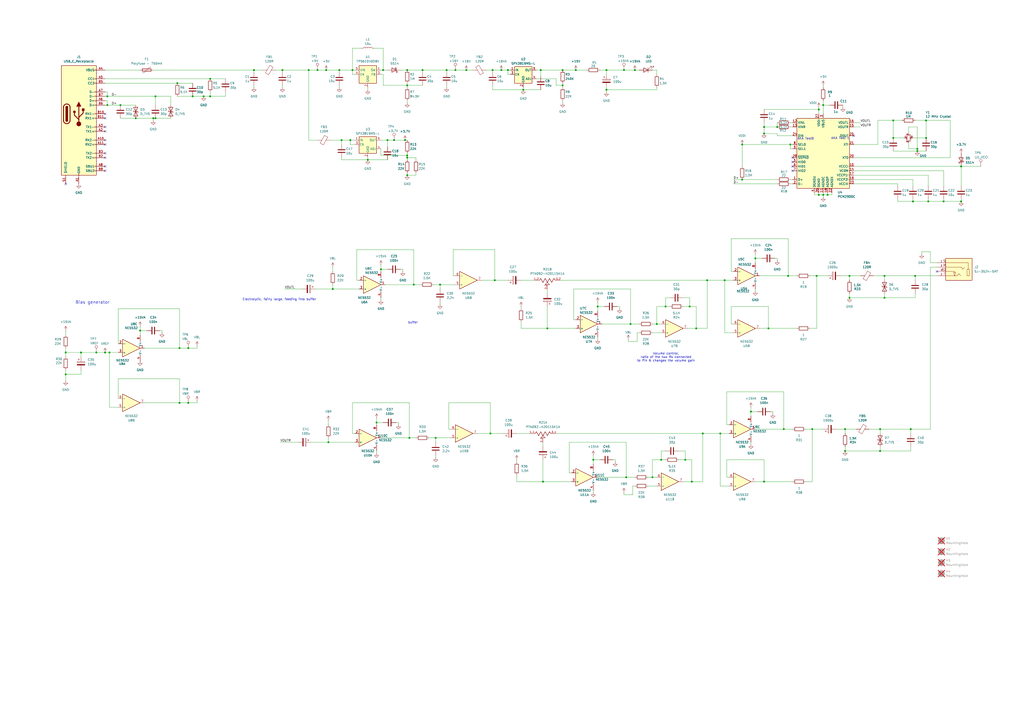
<source format=kicad_sch>
(kicad_sch (version 20250114) (generator "eeschema") (generator_version "9.0")
  (paper "A2")
  (text "AKA Test 1\n" (at 487.426 80.264 0) (effects (font (size 1.27 1.27))))
  (text "buffer\n" (at 239.522 187.198 0) (effects (font (size 1.27 1.27))))
  (text "Bias generator \n" (at 54.356 175.514 0) (effects (font (size 1.778 1.778))))
  (text "Electrolytic, fairly large, feeding into buffer\n" (at 162.052 173.736 0) (effects (font (size 1.27 1.27))))
  (text "AKA Test0\n" (at 467.36 80.518 0) (effects (font (size 1.27 1.27))))
  (text "Volume control, \nratio of the two Rs connected \nto Pin 6 changes the volume gain \n" (at 386.842 207.264 0) (effects (font (size 1.27 1.27))))
  (junction (at 204.47 40.64))
  (junction (at 109.22 201.93))
  (junction (at 346.71 177.8))
  (junction (at 443.23 77.47))
  (junction (at 236.22 49.53))
  (junction (at 220.98 156.21))
  (junction (at 245.11 40.64))
  (junction (at 313.69 40.64))
  (junction (at 492.76 160.02))
  (junction (at 38.1 204.47))
  (junction (at 118.11 55.88))
  (junction (at 538.48 116.84))
  (junction (at 240.03 165.1))
  (junction (at 62.23 55.88))
  (junction (at 490.22 248.92))
  (junction (at 90.17 68.58))
  (junction (at 224.79 81.28))
  (junction (at 547.37 116.84))
  (junction (at 189.23 40.64))
  (junction (at 190.5 256.54))
  (junction (at 471.17 248.92))
  (junction (at 184.15 40.64))
  (junction (at 102.87 48.26))
  (junction (at 513.08 160.02))
  (junction (at 445.77 190.5))
  (junction (at 458.47 83.82))
  (junction (at 474.98 63.5))
  (junction (at 518.16 69.85))
  (junction (at 450.85 73.66))
  (junction (at 236.22 91.44))
  (junction (at 397.51 266.7))
  (junction (at 104.14 233.68))
  (junction (at 90.17 55.88))
  (junction (at 290.83 40.64))
  (junction (at 417.83 251.46))
  (junction (at 351.79 52.07))
  (junction (at 111.76 55.88))
  (junction (at 557.53 116.84))
  (junction (at 454.66 248.92))
  (junction (at 222.25 40.64))
  (junction (at 179.07 40.64))
  (junction (at 60.96 204.47))
  (junction (at 196.85 40.64))
  (junction (at 443.23 73.66))
  (junction (at 435.61 238.76))
  (junction (at 492.76 172.72))
  (junction (at 270.51 40.64))
  (junction (at 400.05 177.8))
  (junction (at 121.92 45.72))
  (junction (at 104.14 201.93))
  (junction (at 518.16 80.01))
  (junction (at 383.54 266.7))
  (junction (at 532.13 86.36))
  (junction (at 228.6 81.28))
  (junction (at 334.01 40.64))
  (junction (at 351.79 40.64))
  (junction (at 237.49 254))
  (junction (at 530.86 160.02))
  (junction (at 147.32 40.64))
  (junction (at 457.2 160.02))
  (junction (at 264.16 40.64))
  (junction (at 287.02 162.56))
  (junction (at 480.06 113.03))
  (junction (at 285.75 40.64))
  (junction (at 532.13 87.63))
  (junction (at 234.95 81.28))
  (junction (at 361.95 40.64))
  (junction (at 474.98 113.03))
  (junction (at 252.73 254))
  (junction (at 410.21 162.56))
  (junction (at 363.22 276.86))
  (junction (at 326.39 40.64))
  (junction (at 326.39 49.53))
  (junction (at 401.32 279.4))
  (junction (at 430.53 83.82))
  (junction (at 344.17 266.7))
  (junction (at 510.54 248.92))
  (junction (at 203.2 81.28))
  (junction (at 109.22 233.68))
  (junction (at 510.54 261.62))
  (junction (at 473.71 160.02))
  (junction (at 528.32 248.92))
  (junction (at 236.22 101.6))
  (junction (at 368.3 40.64))
  (junction (at 236.22 90.17))
  (junction (at 513.08 172.72))
  (junction (at 294.64 40.64))
  (junction (at 255.27 165.1))
  (junction (at 430.53 104.14))
  (junction (at 163.83 40.64))
  (junction (at 443.23 279.4))
  (junction (at 557.53 96.52))
  (junction (at 420.37 162.56))
  (junction (at 477.52 113.03))
  (junction (at 218.44 245.11))
  (junction (at 88.9 68.58))
  (junction (at 365.76 187.96))
  (junction (at 284.48 251.46))
  (junction (at 121.92 55.88))
  (junction (at 537.21 69.85))
  (junction (at 81.28 191.77))
  (junction (at 438.15 149.86))
  (junction (at 490.22 261.62))
  (junction (at 403.86 190.5))
  (junction (at 62.23 60.96))
  (junction (at 259.08 40.64))
  (junction (at 193.04 167.64))
  (junction (at 529.59 116.84))
  (junction (at 378.46 276.86))
  (junction (at 477.52 60.96))
  (junction (at 407.67 251.46))
  (junction (at 381 187.96))
  (junction (at 537.21 80.01))
  (junction (at 63.5 204.47))
  (junction (at 317.5 190.5))
  (junction (at 314.96 279.4))
  (junction (at 38.1 217.17))
  (junction (at 386.08 177.8))
  (junction (at 198.12 81.28))
  (junction (at 46.99 204.47))
  (junction (at 213.36 92.71))
  (junction (at 78.74 68.58))
  (junction (at 303.53 52.07))
  (junction (at 69.85 60.96))
  (junction (at 55.88 204.47))
  (junction (at 236.22 40.64))
  (no_connect (at 60.96 66.04))
  (no_connect (at 60.96 96.52))
  (no_connect (at 459.74 96.52))
  (no_connect (at 38.1 106.68))
  (no_connect (at 60.96 99.06))
  (no_connect (at 60.96 76.2))
  (no_connect (at 60.96 73.66))
  (no_connect (at 60.96 88.9))
  (no_connect (at 60.96 68.58))
  (no_connect (at 60.96 81.28))
  (no_connect (at 459.74 93.98))
  (no_connect (at 459.74 91.44))
  (no_connect (at 543.56 157.48))
  (no_connect (at 60.96 83.82))
  (no_connect (at 495.3 78.74))
  (no_connect (at 459.74 99.06))
  (no_connect (at 60.96 91.44))
  (wire (pts (xy 534.67 146.05) (xy 534.67 147.32)))
  (wire (pts (xy 104.14 179.07) (xy 104.14 201.93)))
  (wire (pts (xy 190.5 243.84) (xy 190.5 246.38)))
  (wire (pts (xy 509.27 69.85) (xy 518.16 69.85)))
  (wire (pts (xy 88.9 40.64) (xy 147.32 40.64)))
  (wire (pts (xy 530.86 160.02) (xy 530.86 162.56)))
  (wire (pts (xy 262.89 160.02) (xy 262.89 144.78)))
  (wire (pts (xy 529.59 80.01) (xy 537.21 80.01)))
  (wire (pts (xy 425.45 187.96) (xy 424.18 187.96)))
  (wire (pts (xy 330.2 256.54) (xy 363.22 256.54)))
  (wire (pts (xy 163.83 40.64) (xy 163.83 41.91)))
  (wire (pts (xy 530.86 170.18) (xy 530.86 172.72)))
  (wire (pts (xy 46.99 204.47) (xy 46.99 207.01)))
  (wire (pts (xy 356.87 266.7) (xy 356.87 267.97)))
  (wire (pts (xy 93.98 193.04) (xy 93.98 191.77)))
  (wire (pts (xy 359.41 177.8) (xy 359.41 179.07)))
  (wire (pts (xy 396.24 279.4) (xy 401.32 279.4)))
  (wire (pts (xy 104.14 233.68) (xy 109.22 233.68)))
  (wire (pts (xy 241.3 101.6) (xy 241.3 100.33)))
  (wire (pts (xy 313.69 52.07) (xy 303.53 52.07)))
  (wire (pts (xy 252.73 254) (xy 261.62 254)))
  (wire (pts (xy 220.98 156.21) (xy 220.98 157.48)))
  (wire (pts (xy 344.17 266.7) (xy 347.98 266.7)))
  (wire (pts (xy 547.37 115.57) (xy 547.37 116.84)))
  (wire (pts (xy 557.53 116.84) (xy 557.53 115.57)))
  (wire (pts (xy 528.32 248.92) (xy 539.75 248.92)))
  (wire (pts (xy 62.23 55.88) (xy 90.17 55.88)))
  (wire (pts (xy 490.22 248.92) (xy 496.57 248.92)))
  (wire (pts (xy 46.99 214.63) (xy 46.99 217.17)))
  (wire (pts (xy 313.69 40.64) (xy 326.39 40.64)))
  (wire (pts (xy 421.64 276.86) (xy 421.64 266.7)))
  (wire (pts (xy 438.15 149.86) (xy 441.96 149.86)))
  (wire (pts (xy 458.47 104.14) (xy 459.74 104.14)))
  (wire (pts (xy 358.14 177.8) (xy 359.41 177.8)))
  (wire (pts (xy 240.03 144.78) (xy 207.01 144.78)))
  (wire (pts (xy 520.7 115.57) (xy 520.7 116.84)))
  (wire (pts (xy 163.83 50.8) (xy 163.83 49.53)))
  (wire (pts (xy 398.78 190.5) (xy 403.86 190.5)))
  (wire (pts (xy 513.08 160.02) (xy 530.86 160.02)))
  (wire (pts (xy 459.74 83.82) (xy 458.47 83.82)))
  (wire (pts (xy 396.24 172.72) (xy 400.05 172.72)))
  (wire (pts (xy 63.5 236.22) (xy 63.5 204.47)))
  (wire (pts (xy 407.67 279.4) (xy 401.32 279.4)))
  (wire (pts (xy 367.03 281.94) (xy 367.03 287.02)))
  (wire (pts (xy 440.69 160.02) (xy 457.2 160.02)))
  (wire (pts (xy 435.61 238.76) (xy 439.42 238.76)))
  (wire (pts (xy 490.22 261.62) (xy 490.22 259.08)))
  (wire (pts (xy 198.12 81.28) (xy 198.12 83.82)))
  (wire (pts (xy 184.15 40.64) (xy 189.23 40.64)))
  (wire (pts (xy 111.76 55.88) (xy 118.11 55.88)))
  (wire (pts (xy 179.07 81.28) (xy 184.15 81.28)))
  (wire (pts (xy 236.22 48.26) (xy 236.22 49.53)))
  (wire (pts (xy 220.98 156.21) (xy 224.79 156.21)))
  (wire (pts (xy 60.96 40.64) (xy 81.28 40.64)))
  (wire (pts (xy 474.98 113.03) (xy 477.52 113.03)))
  (wire (pts (xy 467.36 279.4) (xy 471.17 279.4)))
  (wire (pts (xy 448.31 238.76) (xy 448.31 240.03)))
  (wire (pts (xy 313.69 40.64) (xy 313.69 44.45)))
  (wire (pts (xy 351.79 52.07) (xy 381 52.07)))
  (wire (pts (xy 532.13 73.66) (xy 532.13 86.36)))
  (wire (pts (xy 477.52 114.3) (xy 477.52 113.03)))
  (wire (pts (xy 425.45 106.68) (xy 450.85 106.68)))
  (wire (pts (xy 222.25 43.18) (xy 222.25 49.53)))
  (wire (pts (xy 259.08 41.91) (xy 259.08 40.64)))
  (wire (pts (xy 260.35 233.68) (xy 284.48 233.68)))
  (wire (pts (xy 450.85 149.86) (xy 450.85 151.13)))
  (wire (pts (xy 236.22 58.42) (xy 236.22 59.69)))
  (wire (pts (xy 422.91 276.86) (xy 421.64 276.86)))
  (wire (pts (xy 232.41 40.64) (xy 236.22 40.64)))
  (wire (pts (xy 537.21 69.85) (xy 537.21 80.01)))
  (wire (pts (xy 121.92 55.88) (xy 118.11 55.88)))
  (wire (pts (xy 477.52 58.42) (xy 477.52 60.96)))
  (wire (pts (xy 204.47 233.68) (xy 204.47 251.46)))
  (wire (pts (xy 386.08 266.7) (xy 383.54 266.7)))
  (wire (pts (xy 458.47 83.82) (xy 430.53 83.82)))
  (wire (pts (xy 529.59 107.95) (xy 529.59 104.14)))
  (wire (pts (xy 480.06 113.03) (xy 477.52 113.03)))
  (wire (pts (xy 99.06 55.88) (xy 90.17 55.88)))
  (wire (pts (xy 425.45 193.04) (xy 420.37 193.04)))
  (wire (pts (xy 495.3 104.14) (xy 529.59 104.14)))
  (wire (pts (xy 381 40.64) (xy 378.46 40.64)))
  (wire (pts (xy 326.39 59.69) (xy 326.39 58.42)))
  (wire (pts (xy 445.77 177.8) (xy 445.77 190.5)))
  (wire (pts (xy 63.5 204.47) (xy 68.58 204.47)))
  (wire (pts (xy 236.22 101.6) (xy 241.3 101.6)))
  (wire (pts (xy 204.47 40.64) (xy 205.74 40.64)))
  (wire (pts (xy 90.17 68.58) (xy 99.06 68.58)))
  (wire (pts (xy 457.2 160.02) (xy 457.2 138.43)))
  (wire (pts (xy 386.08 177.8) (xy 381 177.8)))
  (wire (pts (xy 325.12 162.56) (xy 410.21 162.56)))
  (wire (pts (xy 322.58 49.53) (xy 326.39 49.53)))
  (wire (pts (xy 198.12 92.71) (xy 213.36 92.71)))
  (wire (pts (xy 62.23 53.34) (xy 62.23 55.88)))
  (wire (pts (xy 147.32 41.91) (xy 147.32 40.64)))
  (wire (pts (xy 506.73 160.02) (xy 513.08 160.02)))
  (wire (pts (xy 417.83 251.46) (xy 422.91 251.46)))
  (wire (pts (xy 38.1 214.63) (xy 38.1 217.17)))
  (wire (pts (xy 344.17 264.16) (xy 344.17 266.7)))
  (wire (pts (xy 311.15 45.72) (xy 322.58 45.72)))
  (wire (pts (xy 363.22 256.54) (xy 363.22 276.86)))
  (wire (pts (xy 236.22 91.44) (xy 236.22 92.71)))
  (wire (pts (xy 276.86 251.46) (xy 284.48 251.46)))
  (wire (pts (xy 220.98 153.67) (xy 220.98 156.21)))
  (wire (pts (xy 240.03 165.1) (xy 243.84 165.1)))
  (wire (pts (xy 228.6 81.28) (xy 234.95 81.28)))
  (wire (pts (xy 458.47 71.12) (xy 459.74 71.12)))
  (wire (pts (xy 193.04 167.64) (xy 193.04 165.1)))
  (wire (pts (xy 102.87 48.26) (xy 111.76 48.26)))
  (wire (pts (xy 81.28 191.77) (xy 85.09 191.77)))
  (wire (pts (xy 472.44 111.76) (xy 472.44 113.03)))
  (wire (pts (xy 528.32 248.92) (xy 528.32 251.46)))
  (wire (pts (xy 370.84 40.64) (xy 368.3 40.64)))
  (wire (pts (xy 147.32 40.64) (xy 152.4 40.64)))
  (wire (pts (xy 487.68 160.02) (xy 492.76 160.02)))
  (wire (pts (xy 492.76 172.72) (xy 513.08 172.72)))
  (wire (pts (xy 547.37 107.95) (xy 547.37 99.06)))
  (wire (pts (xy 311.15 40.64) (xy 313.69 40.64)))
  (wire (pts (xy 334.01 185.42) (xy 332.74 185.42)))
  (wire (pts (xy 421.64 266.7) (xy 443.23 266.7)))
  (wire (pts (xy 538.48 107.95) (xy 538.48 101.6)))
  (wire (pts (xy 236.22 49.53) (xy 245.11 49.53)))
  (wire (pts (xy 331.47 274.32) (xy 330.2 274.32)))
  (wire (pts (xy 351.79 52.07) (xy 351.79 50.8)))
  (wire (pts (xy 447.04 238.76) (xy 448.31 238.76)))
  (wire (pts (xy 396.24 177.8) (xy 400.05 177.8)))
  (wire (pts (xy 222.25 40.64) (xy 220.98 40.64)))
  (wire (pts (xy 314.96 279.4) (xy 331.47 279.4)))
  (wire (pts (xy 229.87 245.11) (xy 231.14 245.11)))
  (wire (pts (xy 438.15 248.92) (xy 454.66 248.92)))
  (wire (pts (xy 163.83 40.64) (xy 179.07 40.64)))
  (wire (pts (xy 295.91 43.18) (xy 294.64 43.18)))
  (wire (pts (xy 435.61 257.81) (xy 435.61 256.54)))
  (wire (pts (xy 378.46 276.86) (xy 381 276.86)))
  (wire (pts (xy 196.85 50.8) (xy 196.85 49.53)))
  (wire (pts (xy 443.23 71.12) (xy 443.23 73.66)))
  (wire (pts (xy 279.4 162.56) (xy 287.02 162.56)))
  (wire (pts (xy 386.08 172.72) (xy 386.08 177.8)))
  (wire (pts (xy 285.75 40.64) (xy 290.83 40.64)))
  (wire (pts (xy 302.26 162.56) (xy 309.88 162.56)))
  (wire (pts (xy 445.77 190.5) (xy 462.28 190.5)))
  (wire (pts (xy 459.74 86.36) (xy 458.47 86.36)))
  (wire (pts (xy 443.23 63.5) (xy 474.98 63.5)))
  (wire (pts (xy 62.23 58.42) (xy 62.23 60.96)))
  (wire (pts (xy 450.85 71.12) (xy 450.85 73.66)))
  (wire (pts (xy 330.2 274.32) (xy 330.2 256.54)))
  (wire (pts (xy 440.69 190.5) (xy 445.77 190.5)))
  (wire (pts (xy 557.53 96.52) (xy 568.96 96.52)))
  (wire (pts (xy 551.18 91.44) (xy 551.18 69.85)))
  (wire (pts (xy 299.72 251.46) (xy 307.34 251.46)))
  (wire (pts (xy 179.07 81.28) (xy 179.07 40.64)))
  (wire (pts (xy 121.92 55.88) (xy 130.81 55.88)))
  (wire (pts (xy 530.86 69.85) (xy 537.21 69.85)))
  (wire (pts (xy 532.13 86.36) (xy 527.05 86.36)))
  (wire (pts (xy 224.79 81.28) (xy 228.6 81.28)))
  (wire (pts (xy 204.47 43.18) (xy 204.47 40.64)))
  (wire (pts (xy 165.1 167.64) (xy 175.26 167.64)))
  (wire (pts (xy 425.45 104.14) (xy 430.53 104.14)))
  (wire (pts (xy 196.85 40.64) (xy 204.47 40.64)))
  (wire (pts (xy 236.22 40.64) (xy 245.11 40.64)))
  (wire (pts (xy 90.17 68.58) (xy 88.9 68.58)))
  (wire (pts (xy 102.87 55.88) (xy 111.76 55.88)))
  (wire (pts (xy 438.15 147.32) (xy 438.15 149.86)))
  (wire (pts (xy 510.54 248.92) (xy 528.32 248.92)))
  (wire (pts (xy 492.76 160.02) (xy 492.76 162.56)))
  (wire (pts (xy 420.37 162.56) (xy 420.37 193.04)))
  (wire (pts (xy 121.92 45.72) (xy 130.81 45.72)))
  (wire (pts (xy 83.82 201.93) (xy 104.14 201.93)))
  (wire (pts (xy 351.79 40.64) (xy 351.79 43.18)))
  (wire (pts (xy 207.01 144.78) (xy 207.01 162.56)))
  (wire (pts (xy 438.15 279.4) (xy 443.23 279.4)))
  (wire (pts (xy 443.23 266.7) (xy 443.23 279.4)))
  (wire (pts (xy 474.98 63.5) (xy 474.98 66.04)))
  (wire (pts (xy 363.22 276.86) (xy 368.3 276.86)))
  (wire (pts (xy 430.53 83.82) (xy 430.53 96.52)))
  (wire (pts (xy 513.08 170.18) (xy 513.08 172.72)))
  (wire (pts (xy 523.24 69.85) (xy 518.16 69.85)))
  (wire (pts (xy 294.64 40.64) (xy 295.91 40.64)))
  (wire (pts (xy 220.98 43.18) (xy 222.25 43.18)))
  (wire (pts (xy 114.3 233.68) (xy 114.3 232.41)))
  (wire (pts (xy 527.05 73.66) (xy 527.05 77.47)))
  (wire (pts (xy 537.21 69.85) (xy 551.18 69.85)))
  (wire (pts (xy 482.6 113.03) (xy 480.06 113.03)))
  (wire (pts (xy 322.58 251.46) (xy 407.67 251.46)))
  (wire (pts (xy 369.57 198.12) (xy 364.49 198.12)))
  (wire (pts (xy 46.99 204.47) (xy 55.88 204.47)))
  (wire (pts (xy 457.2 138.43) (xy 424.18 138.43)))
  (wire (pts (xy 438.15 168.91) (xy 438.15 167.64)))
  (wire (pts (xy 518.16 87.63) (xy 532.13 87.63)))
  (wire (pts (xy 443.23 73.66) (xy 450.85 73.66)))
  (wire (pts (xy 218.44 245.11) (xy 222.25 245.11)))
  (wire (pts (xy 205.74 43.18) (xy 204.47 43.18)))
  (wire (pts (xy 381 187.96) (xy 383.54 187.96)))
  (wire (pts (xy 365.76 187.96) (xy 370.84 187.96)))
  (wire (pts (xy 346.71 196.85) (xy 346.71 195.58)))
  (wire (pts (xy 381 177.8) (xy 381 187.96)))
  (wire (pts (xy 314.96 266.7) (xy 314.96 279.4)))
  (wire (pts (xy 241.3 92.71) (xy 241.3 91.44)))
  (wire (pts (xy 467.36 248.92) (xy 471.17 248.92)))
  (wire (pts (xy 245.11 41.91) (xy 245.11 40.64)))
  (wire (pts (xy 218.44 245.11) (xy 218.44 246.38)))
  (wire (pts (xy 60.96 60.96) (xy 62.23 60.96)))
  (wire (pts (xy 332.74 167.64) (xy 365.76 167.64)))
  (wire (pts (xy 450.85 77.47) (xy 443.23 77.47)))
  (wire (pts (xy 237.49 233.68) (xy 204.47 233.68)))
  (wire (pts (xy 262.89 160.02) (xy 264.16 160.02)))
  (wire (pts (xy 435.61 236.22) (xy 435.61 238.76)))
  (wire (pts (xy 213.36 92.71) (xy 213.36 91.44)))
  (wire (pts (xy 386.08 261.62) (xy 383.54 261.62)))
  (wire (pts (xy 410.21 162.56) (xy 420.37 162.56)))
  (wire (pts (xy 60.96 48.26) (xy 102.87 48.26)))
  (wire (pts (xy 510.54 259.08) (xy 510.54 261.62)))
  (wire (pts (xy 60.96 58.42) (xy 62.23 58.42)))
  (wire (pts (xy 303.53 52.07) (xy 303.53 50.8)))
  (wire (pts (xy 495.3 91.44) (xy 551.18 91.44)))
  (wire (pts (xy 60.96 204.47) (xy 63.5 204.47)))
  (wire (pts (xy 224.79 81.28) (xy 224.79 85.09)))
  (wire (pts (xy 314.96 256.54) (xy 314.96 259.08)))
  (wire (pts (xy 218.44 242.57) (xy 218.44 245.11)))
  (wire (pts (xy 233.68 156.21) (xy 233.68 157.48)))
  (wire (pts (xy 68.58 236.22) (xy 63.5 236.22)))
  (wire (pts (xy 196.85 41.91) (xy 196.85 40.64)))
  (wire (pts (xy 473.71 160.02) (xy 473.71 190.5)))
  (wire (pts (xy 495.3 106.68) (xy 520.7 106.68)))
  (wire (pts (xy 472.44 113.03) (xy 474.98 113.03)))
  (wire (pts (xy 477.52 113.03) (xy 477.52 111.76)))
  (wire (pts (xy 473.71 160.02) (xy 480.06 160.02)))
  (wire (pts (xy 424.18 138.43) (xy 424.18 157.48)))
  (wire (pts (xy 383.54 261.62) (xy 383.54 266.7)))
  (wire (pts (xy 520.7 107.95) (xy 520.7 106.68)))
  (wire (pts (xy 236.22 90.17) (xy 236.22 91.44)))
  (wire (pts (xy 332.74 185.42) (xy 332.74 167.64)))
  (wire (pts (xy 260.35 248.92) (xy 261.62 248.92)))
  (wire (pts (xy 420.37 162.56) (xy 425.45 162.56)))
  (wire (pts (xy 285.75 52.07) (xy 303.53 52.07)))
  (wire (pts (xy 450.85 78.74) (xy 450.85 77.47)))
  (wire (pts (xy 68.58 219.71) (xy 104.14 219.71)))
  (wire (pts (xy 203.2 83.82) (xy 203.2 81.28)))
  (wire (pts (xy 223.52 165.1) (xy 240.03 165.1)))
  (wire (pts (xy 198.12 91.44) (xy 198.12 92.71)))
  (wire (pts (xy 69.85 60.96) (xy 78.74 60.96)))
  (wire (pts (xy 322.58 45.72) (xy 322.58 49.53)))
  (wire (pts (xy 68.58 179.07) (xy 68.58 199.39)))
  (wire (pts (xy 492.76 160.02) (xy 499.11 160.02)))
  (wire (pts (xy 69.85 68.58) (xy 78.74 68.58)))
  (wire (pts (xy 299.72 266.7) (xy 299.72 267.97)))
  (wire (pts (xy 477.52 60.96) (xy 481.33 60.96)))
  (wire (pts (xy 38.1 217.17) (xy 38.1 220.98)))
  (wire (pts (xy 361.95 40.64) (xy 368.3 40.64)))
  (wire (pts (xy 236.22 101.6) (xy 236.22 100.33)))
  (wire (pts (xy 518.16 69.85) (xy 518.16 80.01)))
  (wire (pts (xy 317.5 190.5) (xy 334.01 190.5)))
  (wire (pts (xy 355.6 266.7) (xy 356.87 266.7)))
  (wire (pts (xy 302.26 190.5) (xy 317.5 190.5)))
  (wire (pts (xy 421.64 227.33) (xy 421.64 246.38)))
  (wire (pts (xy 351.79 53.34) (xy 351.79 52.07)))
  (wire (pts (xy 232.41 156.21) (xy 233.68 156.21)))
  (wire (pts (xy 403.86 177.8) (xy 403.86 190.5)))
  (wire (pts (xy 81.28 191.77) (xy 81.28 194.31)))
  (wire (pts (xy 104.14 179.07) (xy 68.58 179.07)))
  (wire (pts (xy 346.71 276.86) (xy 363.22 276.86)))
  (wire (pts (xy 513.08 160.02) (xy 513.08 162.56)))
  (wire (pts (xy 252.73 254) (xy 252.73 256.54)))
  (wire (pts (xy 220.98 173.99) (xy 220.98 172.72)))
  (wire (pts (xy 539.75 154.94) (xy 539.75 248.92)))
  (wire (pts (xy 344.17 266.7) (xy 344.17 269.24)))
  (wire (pts (xy 492.76 172.72) (xy 492.76 170.18)))
  (wire (pts (xy 193.04 167.64) (xy 208.28 167.64)))
  (wire (pts (xy 369.57 193.04) (xy 370.84 193.04)))
  (wire (pts (xy 302.26 177.8) (xy 302.26 179.07)))
  (wire (pts (xy 367.03 287.02) (xy 361.95 287.02)))
  (wire (pts (xy 351.79 40.64) (xy 361.95 40.64)))
  (wire (pts (xy 204.47 251.46) (xy 205.74 251.46)))
  (wire (pts (xy 302.26 186.69) (xy 302.26 190.5)))
  (wire (pts (xy 60.96 45.72) (xy 121.92 45.72)))
  (wire (pts (xy 538.48 116.84) (xy 547.37 116.84)))
  (wire (pts (xy 255.27 165.1) (xy 264.16 165.1)))
  (wire (pts (xy 480.06 111.76) (xy 480.06 113.03)))
  (wire (pts (xy 90.17 55.88) (xy 90.17 60.96)))
  (wire (pts (xy 220.98 90.17) (xy 236.22 90.17)))
  (wire (pts (xy 349.25 187.96) (xy 365.76 187.96)))
  (wire (pts (xy 365.76 167.64) (xy 365.76 187.96)))
  (wire (pts (xy 182.88 167.64) (xy 193.04 167.64)))
  (wire (pts (xy 495.3 101.6) (xy 538.48 101.6)))
  (wire (pts (xy 474.98 111.76) (xy 474.98 113.03)))
  (wire (pts (xy 518.16 80.01) (xy 524.51 80.01)))
  (wire (pts (xy 346.71 177.8) (xy 350.52 177.8)))
  (wire (pts (xy 367.03 281.94) (xy 368.3 281.94)))
  (wire (pts (xy 410.21 190.5) (xy 403.86 190.5)))
  (wire (pts (xy 397.51 261.62) (xy 397.51 266.7)))
  (wire (pts (xy 528.32 259.08) (xy 528.32 261.62)))
  (wire (pts (xy 220.98 254) (xy 237.49 254)))
  (wire (pts (xy 231.14 245.11) (xy 231.14 246.38)))
  (wire (pts (xy 378.46 266.7) (xy 378.46 276.86)))
  (wire (pts (xy 104.14 201.93) (xy 109.22 201.93)))
  (wire (pts (xy 485.14 248.92) (xy 490.22 248.92)))
  (wire (pts (xy 88.9 68.58) (xy 88.9 69.85)))
  (wire (pts (xy 234.95 81.28) (xy 236.22 81.28)))
  (wire (pts (xy 251.46 165.1) (xy 255.27 165.1)))
  (wire (pts (xy 388.62 172.72) (xy 386.08 172.72)))
  (wire (pts (xy 530.86 172.72) (xy 513.08 172.72)))
  (wire (pts (xy 471.17 248.92) (xy 471.17 279.4)))
  (wire (pts (xy 388.62 177.8) (xy 386.08 177.8)))
  (wire (pts (xy 46.99 217.17) (xy 38.1 217.17)))
  (wire (pts (xy 378.46 193.04) (xy 383.54 193.04)))
  (wire (pts (xy 495.3 73.66) (xy 499.11 73.66)))
  (wire (pts (xy 205.74 83.82) (xy 203.2 83.82)))
  (wire (pts (xy 344.17 285.75) (xy 344.17 284.48)))
  (wire (pts (xy 255.27 175.26) (xy 255.27 176.53)))
  (wire (pts (xy 424.18 187.96) (xy 424.18 177.8)))
  (wire (pts (xy 393.7 261.62) (xy 397.51 261.62)))
  (wire (pts (xy 421.64 246.38) (xy 422.91 246.38)))
  (wire (pts (xy 393.7 266.7) (xy 397.51 266.7)))
  (wire (pts (xy 255.27 165.1) (xy 255.27 167.64)))
  (wire (pts (xy 469.9 190.5) (xy 473.71 190.5)))
  (wire (pts (xy 121.92 55.88) (xy 121.92 53.34)))
  (wire (pts (xy 241.3 91.44) (xy 236.22 91.44)))
  (wire (pts (xy 458.47 73.66) (xy 459.74 73.66)))
  (wire (pts (xy 471.17 248.92) (xy 477.52 248.92)))
  (wire (pts (xy 213.36 52.07) (xy 213.36 50.8)))
  (wire (pts (xy 99.06 60.96) (xy 99.06 55.88)))
  (wire (pts (xy 68.58 231.14) (xy 68.58 219.71)))
  (wire (pts (xy 530.86 160.02) (xy 543.56 160.02)))
  (wire (pts (xy 60.96 53.34) (xy 62.23 53.34)))
  (wire (pts (xy 179.07 40.64) (xy 184.15 40.64)))
  (wire (pts (xy 81.28 189.23) (xy 81.28 191.77)))
  (wire (pts (xy 346.71 175.26) (xy 346.71 177.8)))
  (wire (pts (xy 38.1 204.47) (xy 38.1 207.01)))
  (wire (pts (xy 495.3 96.52) (xy 557.53 96.52)))
  (wire (pts (xy 510.54 248.92) (xy 510.54 251.46)))
  (wire (pts (xy 213.36 92.71) (xy 224.79 92.71)))
  (wire (pts (xy 400.05 172.72) (xy 400.05 177.8)))
  (wire (pts (xy 83.82 233.68) (xy 104.14 233.68)))
  (wire (pts (xy 430.53 104.14) (xy 450.85 104.14)))
  (wire (pts (xy 285.75 41.91) (xy 285.75 40.64)))
  (wire (pts (xy 482.6 111.76) (xy 482.6 113.03)))
  (wire (pts (xy 449.58 149.86) (xy 450.85 149.86)))
  (wire (pts (xy 264.16 40.64) (xy 270.51 40.64)))
  (wire (pts (xy 236.22 49.53) (xy 236.22 50.8)))
  (wire (pts (xy 407.67 251.46) (xy 407.67 279.4)))
  (wire (pts (xy 424.18 177.8) (xy 445.77 177.8)))
  (wire (pts (xy 190.5 256.54) (xy 190.5 254)))
  (wire (pts (xy 438.15 149.86) (xy 438.15 152.4)))
  (wire (pts (xy 248.92 254) (xy 252.73 254)))
  (wire (pts (xy 539.75 152.4) (xy 539.75 146.05)))
  (wire (pts (xy 78.74 68.58) (xy 88.9 68.58)))
  (wire (pts (xy 381 50.8) (xy 381 52.07)))
  (wire (pts (xy 190.5 256.54) (xy 205.74 256.54)))
  (wire (pts (xy 114.3 201.93) (xy 114.3 200.66)))
  (wire (pts (xy 260.35 248.92) (xy 260.35 233.68)))
  (wire (pts (xy 237.49 254) (xy 237.49 233.68)))
  (wire (pts (xy 270.51 40.64) (xy 274.32 40.64)))
  (wire (pts (xy 547.37 116.84) (xy 557.53 116.84)))
  (wire (pts (xy 532.13 87.63) (xy 532.13 86.36)))
  (wire (pts (xy 495.3 71.12) (xy 499.11 71.12)))
  (wire (pts (xy 93.98 191.77) (xy 92.71 191.77)))
  (wire (pts (xy 317.5 167.64) (xy 317.5 170.18)))
  (wire (pts (xy 162.56 256.54) (xy 172.72 256.54)))
  (wire (pts (xy 193.04 154.94) (xy 193.04 157.48)))
  (wire (pts (xy 424.18 157.48) (xy 425.45 157.48)))
  (wire (pts (xy 237.49 254) (xy 241.3 254)))
  (wire (pts (xy 326.39 40.64) (xy 334.01 40.64)))
  (wire (pts (xy 180.34 256.54) (xy 190.5 256.54)))
  (wire (pts (xy 130.81 55.88) (xy 130.81 53.34)))
  (wire (pts (xy 397.51 266.7) (xy 401.32 266.7)))
  (wire (pts (xy 259.08 50.8) (xy 259.08 49.53)))
  (wire (pts (xy 285.75 49.53) (xy 285.75 52.07)))
  (wire (pts (xy 383.54 266.7) (xy 378.46 266.7)))
  (wire (pts (xy 407.67 251.46) (xy 417.83 251.46)))
  (wire (pts (xy 334.01 40.64) (xy 340.36 40.64)))
  (wire (pts (xy 347.98 40.64) (xy 351.79 40.64)))
  (wire (pts (xy 62.23 60.96) (xy 69.85 60.96)))
  (wire (pts (xy 287.02 144.78) (xy 287.02 162.56)))
  (wire (pts (xy 532.13 87.63) (xy 537.21 87.63)))
  (wire (pts (xy 104.14 219.71) (xy 104.14 233.68)))
  (wire (pts (xy 290.83 40.64) (xy 294.64 40.64)))
  (wire (pts (xy 198.12 81.28) (xy 203.2 81.28)))
  (wire (pts (xy 410.21 162.56) (xy 410.21 190.5)))
  (wire (pts (xy 38.1 204.47) (xy 46.99 204.47)))
  (wire (pts (xy 490.22 248.92) (xy 490.22 251.46)))
  (wire (pts (xy 55.88 204.47) (xy 60.96 204.47)))
  (wire (pts (xy 361.95 287.02) (xy 361.95 285.75)))
  (wire (pts (xy 326.39 49.53) (xy 326.39 50.8)))
  (wire (pts (xy 236.22 88.9) (xy 236.22 90.17)))
  (wire (pts (xy 488.95 62.23) (xy 488.95 60.96)))
  (wire (pts (xy 203.2 81.28) (xy 205.74 81.28)))
  (wire (pts (xy 252.73 264.16) (xy 252.73 265.43)))
  (wire (pts (xy 400.05 177.8) (xy 403.86 177.8)))
  (wire (pts (xy 346.71 177.8) (xy 346.71 180.34)))
  (wire (pts (xy 364.49 198.12) (xy 364.49 196.85)))
  (wire (pts (xy 326.39 48.26) (xy 326.39 49.53)))
  (wire (pts (xy 294.64 43.18) (xy 294.64 40.64)))
  (wire (pts (xy 458.47 86.36) (xy 458.47 83.82)))
  (wire (pts (xy 369.57 193.04) (xy 369.57 198.12)))
  (wire (pts (xy 520.7 116.84) (xy 529.59 116.84)))
  (wire (pts (xy 375.92 276.86) (xy 378.46 276.86)))
  (wire (pts (xy 284.48 251.46) (xy 292.1 251.46)))
  (wire (pts (xy 509.27 83.82) (xy 495.3 83.82)))
  (wire (pts (xy 474.98 62.23) (xy 474.98 63.5)))
  (wire (pts (xy 557.53 96.52) (xy 557.53 107.95)))
  (wire (pts (xy 191.77 81.28) (xy 198.12 81.28)))
  (wire (pts (xy 458.47 106.68) (xy 459.74 106.68)))
  (wire (pts (xy 435.61 238.76) (xy 435.61 241.3)))
  (wire (pts (xy 287.02 162.56) (xy 294.64 162.56)))
  (wire (pts (xy 375.92 281.94) (xy 381 281.94)))
  (wire (pts (xy 490.22 261.62) (xy 510.54 261.62)))
  (wire (pts (xy 220.98 81.28) (xy 224.79 81.28)))
  (wire (pts (xy 38.1 191.77) (xy 38.1 194.31)))
  (wire (pts (xy 160.02 40.64) (xy 163.83 40.64)))
  (wire (pts (xy 109.22 233.68) (xy 114.3 233.68)))
  (wire (pts (xy 189.23 40.64) (xy 196.85 40.64)))
  (wire (pts (xy 262.89 144.78) (xy 287.02 144.78)))
  (wire (pts (xy 469.9 160.02) (xy 473.71 160.02)))
  (wire (pts (xy 60.96 55.88) (xy 62.23 55.88)))
  (wire (pts (xy 381 43.18) (xy 381 40.64)))
  (wire (pts (xy 422.91 281.94) (xy 417.83 281.94)))
  (wire (pts (xy 147.32 50.8) (xy 147.32 49.53)))
  (wire (pts (xy 222.25 40.64) (xy 224.79 40.64)))
  (wire (pts (xy 281.94 40.64) (xy 285.75 40.64)))
  (wire (pts (xy 259.08 40.64) (xy 264.16 40.64)))
  (wire (pts (xy 538.48 115.57) (xy 538.48 116.84)))
  (wire (pts (xy 109.22 201.93) (xy 114.3 201.93)))
  (wire (pts (xy 218.44 262.89) (xy 218.44 261.62)))
  (wire (pts (xy 504.19 248.92) (xy 510.54 248.92)))
  (wire (pts (xy 450.85 78.74) (xy 459.74 78.74)))
  (wire (pts (xy 543.56 154.94) (xy 539.75 154.94)))
  (wire (pts (xy 457.2 160.02) (xy 462.28 160.02)))
  (wire (pts (xy 299.72 275.59) (xy 299.72 279.4)))
  (wire (pts (xy 454.66 227.33) (xy 421.64 227.33)))
  (wire (pts (xy 317.5 177.8) (xy 317.5 190.5)))
  (wire (pts (xy 209.55 27.94) (xy 204.47 27.94)))
  (wire (pts (xy 417.83 251.46) (xy 417.83 281.94)))
  (wire (pts (xy 204.47 27.94) (xy 204.47 40.64)))
  (wire (pts (xy 222.25 27.94) (xy 222.25 40.64)))
  (wire (pts (xy 220.98 86.36) (xy 220.98 90.17)))
  (wire (pts (xy 378.46 187.96) (xy 381 187.96)))
  (wire (pts (xy 529.59 116.84) (xy 538.48 116.84)))
  (wire (pts (xy 527.05 73.66) (xy 532.13 73.66)))
  (wire (pts (xy 299.72 279.4) (xy 314.96 279.4)))
  (wire (pts (xy 509.27 69.85) (xy 509.27 83.82)))
  (wire (pts (xy 454.66 248.92) (xy 459.74 248.92)))
  (wire (pts (xy 217.17 27.94) (xy 222.25 27.94)))
  (wire (pts (xy 527.05 82.55) (xy 527.05 86.36)))
  (wire (pts (xy 454.66 248.92) (xy 454.66 227.33)))
  (wire (pts (xy 38.1 201.93) (xy 38.1 204.47)))
  (wire (pts (xy 222.25 49.53) (xy 236.22 49.53)))
  (wire (pts (xy 539.75 146.05) (xy 534.67 146.05)))
  (wire (pts (xy 401.32 266.7) (xy 401.32 279.4)))
  (wire (pts (xy 528.32 261.62) (xy 510.54 261.62)))
  (wire (pts (xy 443.23 279.4) (xy 459.74 279.4)))
  (wire (pts (xy 207.01 162.56) (xy 208.28 162.56)))
  (wire (pts (xy 477.52 50.8) (xy 477.52 49.53)))
  (wire (pts (xy 443.23 73.66) (xy 443.23 77.47)))
  (wire (pts (xy 240.03 165.1) (xy 240.03 144.78)))
  (wire (pts (xy 245.11 40.64) (xy 259.08 40.64)))
  (wire (pts (xy 477.52 60.96) (xy 477.52 66.04)))
  (wire (pts (xy 495.3 99.06) (xy 547.37 99.06)))
  (wire (pts (xy 284.48 233.68) (xy 284.48 251.46)))
  (wire (pts (xy 529.59 115.57) (xy 529.59 116.84)))
  (wire (pts (xy 543.56 152.4) (xy 539.75 152.4)))
  (label "D+" (at 425.45 104.14 0))
  (label "D-" (at 425.45 106.68 0))
  (label "D-" (at 64.77 55.88 0))
  (label "VOUTL" (at 499.11 71.12 0))
  (label "VOUTL" (at 165.1 167.64 0))
  (label "VOUTR" (at 162.56 256.54 0))
  (label "VOUTR" (at 499.11 73.66 0))
  (label "D+" (at 64.77 60.96 0))
  (symbol (lib_id "power:+3.3V") (at 299.72 266.7 0) (unit 1)
    (property "Reference" "#PWR063" (effects (hide yes)))
    (property "Value" "VBR" (at 299.72 261.62 0))
    (property "Description" "Power symbol creates a global label with name \"+3.3V\"" (effects (hide yes)))
  )
  (symbol (lib_id "power:GND") (at 231.14 246.38 0) (unit 1)
    (property "Reference" "#PWR057" (effects (hide yes)))
    (property "Value" "GND" (at 231.14 251.46 0))
    (property "Description" "Power symbol creates a global label with name \"GND\" , ground" (effects (hide yes)))
  )
  (symbol (lib_id "power:+3.3V") (at 270.51 40.64 0) (unit 1)
    (property "Reference" "#PWR02" (effects (hide yes)))
    (property "Value" "+16V" (at 270.51 35.56 0))
    (property "Description" "Power symbol creates a global label with name \"+3.3V\"" (effects (hide yes)))
  )
  (symbol (lib_id "power:GND") (at 45.72 106.68 0) (unit 1)
    (property "Reference" "#PWR027" (effects (hide yes)))
    (property "Value" "GND" (at 45.72 111.76 0))
    (property "Description" "Power symbol creates a global label with name \"GND\" , ground" (effects (hide yes)))
  )
  (symbol (lib_id "Amplifier_Operational:NE5532") (at 388.62 279.4 0) (mirror x) (unit 2)
    (property "Reference" "U11" (at 388.62 289.56 0))
    (property "Value" "NE5532" (at 388.62 287.02 0))
    (property "Footprint" "Package_SO:SOIC-8_5.3x5.3mm_P1.27mm" (effects (hide yes)))
    (property "Datasheet" "http://www.ti.com/lit/ds/symlink/ne5532.pdf" (effects (hide yes)))
    (property "Description" "Dual Low-Noise Operational Amplifiers, DIP-8/SOIC-8" (effects (hide yes)))
    (property "LCSC" "C7426" (effects (hide yes)))
  )
  (symbol (lib_id "power:GND") (at 488.95 62.23 0) (unit 1)
    (property "Reference" "#PWR018" (effects (hide yes)))
    (property "Value" "GND" (at 492.76 65.278 0))
    (property "Description" "Power symbol creates a global label with name \"GND\" , ground" (effects (hide yes)))
  )
  (symbol (lib_id "Mechanical:MountingHole") (at 546.1 326.39 0) (unit 1) (in_bom no) (dnp yes)
    (property "Reference" "H3" (at 548.64 325.1199 0) (effects (justify left)))
    (property "Value" "MountingHole" (at 548.64 327.6599 0) (effects (justify left)))
    (property "Footprint" "MountingHole:MountingHole_3.5mm" (effects (hide yes)))
    (property "Description" "Mounting Hole without connection" (effects (hide yes)))
  )
  (symbol (lib_id "Device:C_Polarized") (at 481.33 248.92 90) (unit 1)
    (property "Reference" "C38" (at 480.441 241.3 90))
    (property "Value" "1000u" (at 480.441 243.84 90))
    (property "Footprint" "Capacitor_SMD:CP_Elec_10x10.5" (effects (hide yes)))
    (property "Description" "Polarized capacitor" (effects (hide yes)))
    (property "LCSC" "C3359" (effects (hide yes)))
  )
  (symbol (lib_id "power:+3.3V") (at 114.3 200.66 0) (unit 1)
    (property "Reference" "#PWR048" (effects (hide yes)))
    (property "Value" "VBL" (at 114.3 195.58 0))
    (property "Description" "Power symbol creates a global label with name \"+3.3V\"" (effects (hide yes)))
  )
  (symbol (lib_id "power:+3.3V") (at 290.83 40.64 0) (mirror y) (unit 1)
    (property "Reference" "#PWR03" (effects (hide yes)))
    (property "Value" "+16VA" (at 290.83 35.56 0))
    (property "Description" "Power symbol creates a global label with name \"+3.3V\"" (effects (hide yes)))
  )
  (symbol (lib_id "power:GND") (at 118.11 55.88 0) (unit 1)
    (property "Reference" "#PWR014" (effects (hide yes)))
    (property "Value" "GND" (at 118.11 60.96 0))
    (property "Description" "Power symbol creates a global label with name \"GND\" , ground" (effects (hide yes)))
  )
  (symbol (lib_id "Device:C") (at 443.23 67.31 0) (unit 1)
    (property "Reference" "C14" (at 445.77 66.04 0) (effects (justify left)))
    (property "Value" "1u" (at 445.77 68.58 0) (effects (justify left)))
    (property "Footprint" "Capacitor_SMD:C_0603_1608Metric" (effects (hide yes)))
    (property "Description" "Unpolarized capacitor" (effects (hide yes)))
    (property "LCSC" "C1592" (effects (hide yes)))
  )
  (symbol (lib_id "power:GND") (at 490.22 261.62 0) (unit 1)
    (property "Reference" "#PWR059" (effects (hide yes)))
    (property "Value" "GND" (at 490.22 266.7 0))
    (property "Description" "Power symbol creates a global label with name \"GND\" , ground" (effects (hide yes)))
  )
  (symbol (lib_id "Device:FerriteBead") (at 278.13 40.64 270) (mirror x) (unit 1)
    (property "Reference" "FB2" (at 278.1808 33.02 90))
    (property "Value" "120R" (at 278.1808 35.56 90))
    (property "Footprint" "Resistor_SMD:R_0603_1608Metric" (effects (hide yes)))
    (property "Description" "Ferrite bead" (effects (hide yes)))
    (property "LCSC" "C12391" (effects (hide yes)))
  )
  (symbol (lib_id "Amplifier_Operational:NE5532") (at 339.09 276.86 0) (mirror x) (unit 1)
    (property "Reference" "U11" (at 339.09 287.02 0))
    (property "Value" "NE5532" (at 339.09 284.48 0))
    (property "Footprint" "Package_SO:SOIC-8_5.3x5.3mm_P1.27mm" (effects (hide yes)))
    (property "Datasheet" "http://www.ti.com/lit/ds/symlink/ne5532.pdf" (effects (hide yes)))
    (property "Description" "Dual Low-Noise Operational Amplifiers, DIP-8/SOIC-8" (effects (hide yes)))
    (property "LCSC" "C7426" (effects (hide yes)))
  )
  (symbol (lib_id "Amplifier_Operational:NE5532") (at 349.25 187.96 0) (unit 3)
    (property "Reference" "U7" (at 336.296 178.816 0) (effects (justify left)))
    (property "Value" "NE5532" (at 336.296 181.356 0) (effects (justify left)))
    (property "Footprint" "Package_SO:SOIC-8_5.3x5.3mm_P1.27mm" (effects (hide yes)))
    (property "Datasheet" "http://www.ti.com/lit/ds/symlink/ne5532.pdf" (effects (hide yes)))
    (property "Description" "Dual Low-Noise Operational Amplifiers, DIP-8/SOIC-8" (effects (hide yes)))
    (property "LCSC" "C7426" (effects (hide yes)))
  )
  (symbol (lib_id "Device:C") (at 228.6 156.21 90) (unit 1)
    (property "Reference" "C25" (at 228.6 148.59 90))
    (property "Value" "100n" (at 228.6 151.13 90))
    (property "Footprint" "Capacitor_SMD:C_0603_1608Metric" (effects (hide yes)))
    (property "Description" "Unpolarized capacitor" (effects (hide yes)))
    (property "LCSC" "C1590" (effects (hide yes)))
  )
  (symbol (lib_id "Device:R") (at 430.53 100.33 0) (unit 1)
    (property "Reference" "R16" (at 432.054 99.06 0) (effects (justify left)))
    (property "Value" "1.5K" (at 432.054 101.6 0) (effects (justify left)))
    (property "Footprint" "Resistor_SMD:R_0603_1608Metric" (effects (hide yes)))
    (property "Description" "Resistor" (effects (hide yes)))
  )
  (symbol (lib_id "power:GND") (at 359.41 179.07 0) (unit 1)
    (property "Reference" "#PWR042" (effects (hide yes)))
    (property "Value" "GND" (at 359.41 184.15 0))
    (property "Description" "Power symbol creates a global label with name \"GND\" , ground" (effects (hide yes)))
  )
  (symbol (lib_id "Device:C") (at 389.89 261.62 90) (unit 1)
    (property "Reference" "C43" (at 389.89 254 90))
    (property "Value" "30p" (at 389.89 256.54 90))
    (property "Footprint" "Capacitor_SMD:C_0603_1608Metric" (effects (hide yes)))
    (property "Description" "Unpolarized capacitor" (effects (hide yes)))
    (property "LCSC" " C1658" (effects (hide yes)))
  )
  (symbol (lib_id "Device:R") (at 247.65 165.1 90) (unit 1)
    (property "Reference" "R22" (at 247.65 158.75 90))
    (property "Value" "1.5K" (at 247.65 161.29 90))
    (property "Footprint" "Resistor_SMD:R_0603_1608Metric" (effects (hide yes)))
    (property "Description" "Resistor" (effects (hide yes)))
  )
  (symbol (lib_id "Device:R") (at 374.65 193.04 270) (mirror x) (unit 1)
    (property "Reference" "R28" (at 374.65 199.39 90))
    (property "Value" "22K" (at 374.65 196.85 90))
    (property "Footprint" "Resistor_SMD:R_0603_1608Metric" (effects (hide yes)))
    (property "Description" "Resistor" (effects (hide yes)))
  )
  (symbol (lib_id "Device:R") (at 463.55 248.92 270) (mirror x) (unit 1)
    (property "Reference" "R31" (at 463.55 255.27 90))
    (property "Value" "1" (at 463.55 252.73 90))
    (property "Footprint" "Resistor_SMD:R_0603_1608Metric" (effects (hide yes)))
    (property "Description" "Resistor" (effects (hide yes)))
  )
  (symbol (lib_id "power:GND") (at 492.76 172.72 0) (unit 1)
    (property "Reference" "#PWR037" (effects (hide yes)))
    (property "Value" "GND" (at 492.76 177.8 0))
    (property "Description" "Power symbol creates a global label with name \"GND\" , ground" (effects (hide yes)))
  )
  (symbol (lib_id "Connector:TestPoint") (at 109.22 201.93 0) (unit 1)
    (property "Reference" "TP6" (at 105.664 194.056 0) (effects (justify left)))
    (property "Value" "VBL" (at 105.664 196.596 0) (effects (justify left)))
    (property "Footprint" "TestPoint:TestPoint_Pad_1.0x1.0mm" (effects (hide yes)))
    (property "Description" "test point" (effects (hide yes)))
  )
  (symbol (lib_id "power:+3.3V") (at 364.49 196.85 0) (unit 1)
    (property "Reference" "#PWR047" (effects (hide yes)))
    (property "Value" "VBL" (at 364.49 192.786 0))
    (property "Description" "Power symbol creates a global label with name \"+3.3V\"" (effects (hide yes)))
  )
  (symbol (lib_id "Connector:USB_C_Receptacle") (at 45.72 66.04 0) (unit 1)
    (property "Reference" "J1" (at 45.72 33.02 0))
    (property "Value" "USB_C_Receptacle" (at 45.72 35.56 0))
    (property "Footprint" "Connector_USB:USB_C_Receptacle_GCT_USB4105-xx-A_16P_TopMnt_Horizontal" (effects (hide yes)))
    (property "Datasheet" "https://www.usb.org/sites/default/files/documents/usb_type-c.zip" (effects (hide yes)))
    (property "Description" "USB Full-Featured Type-C Receptacle connector" (effects (hide yes)))
    (property "LCSC" "C5184243" (effects (hide yes)))
  )
  (symbol (lib_id "Device:D_TVS") (at 99.06 64.77 90) (unit 1)
    (property "Reference" "D4" (at 101.6 63.4999 90) (effects (justify right)))
    (property "Value" "D_TVS" (at 101.6 66.0399 90) (effects (justify right)))
    (property "Footprint" "Diode_SMD:D_0603_1608Metric" (effects (hide yes)))
    (property "Description" "Bidirectional transient-voltage-suppression diode" (effects (hide yes)))
  )
  (symbol (lib_id "Device:C_Polarized") (at 179.07 167.64 270) (unit 1)
    (property "Reference" "C29" (at 179.959 160.02 90))
    (property "Value" "100u" (at 179.959 162.56 90))
    (property "Footprint" "Capacitor_SMD:CP_Elec_6.3x7.7" (effects (hide yes)))
    (property "Description" "Polarized capacitor" (effects (hide yes)))
    (property "LCSC" "C3339" (effects (hide yes)))
  )
  (symbol (lib_id "Amplifier_Operational:NE5532") (at 271.78 162.56 0) (mirror x) (unit 2)
    (property "Reference" "U6" (at 271.78 172.72 0))
    (property "Value" "NE5532" (at 271.78 170.18 0))
    (property "Footprint" "Package_SO:SOIC-8_5.3x5.3mm_P1.27mm" (effects (hide yes)))
    (property "Datasheet" "http://www.ti.com/lit/ds/symlink/ne5532.pdf" (effects (hide yes)))
    (property "Description" "Dual Low-Noise Operational Amplifiers, DIP-8/SOIC-8" (effects (hide yes)))
    (property "LCSC" "C7426" (effects (hide yes)))
  )
  (symbol (lib_id "power:GND") (at 532.13 87.63 0) (unit 1)
    (property "Reference" "#PWR023" (effects (hide yes)))
    (property "Value" "GND" (at 535.432 90.424 0))
    (property "Description" "Power symbol creates a global label with name \"GND\" , ground" (effects (hide yes)))
  )
  (symbol (lib_id "Amplifier_Operational:NE5532") (at 391.16 190.5 0) (mirror x) (unit 2)
    (property "Reference" "U7" (at 391.16 200.66 0))
    (property "Value" "NE5532" (at 391.16 198.12 0))
    (property "Footprint" "Package_SO:SOIC-8_5.3x5.3mm_P1.27mm" (effects (hide yes)))
    (property "Datasheet" "http://www.ti.com/lit/ds/symlink/ne5532.pdf" (effects (hide yes)))
    (property "Description" "Dual Low-Noise Operational Amplifiers, DIP-8/SOIC-8" (effects (hide yes)))
    (property "LCSC" "C7426" (effects (hide yes)))
  )
  (symbol (lib_id "power:GND") (at 213.36 52.07 0) (unit 1)
    (property "Reference" "#PWR011" (effects (hide yes)))
    (property "Value" "GND" (at 213.36 57.15 0))
    (property "Description" "Power symbol creates a global label with name \"GND\" , ground" (effects (hide yes)))
  )
  (symbol (lib_id "Device:C") (at 530.86 166.37 180) (unit 1)
    (property "Reference" "C28" (at 534.67 165.0999 0) (effects (justify right)))
    (property "Value" "30p" (at 534.67 167.6399 0) (effects (justify right)))
    (property "Footprint" "Capacitor_SMD:C_0603_1608Metric" (effects (hide yes)))
    (property "Description" "Unpolarized capacitor" (effects (hide yes)))
    (property "LCSC" " C1658" (effects (hide yes)))
  )
  (symbol (lib_id "Connector:TestPoint") (at 109.22 233.68 0) (unit 1)
    (property "Reference" "TP8" (at 105.664 225.806 0) (effects (justify left)))
    (property "Value" "VBR" (at 105.664 228.346 0) (effects (justify left)))
    (property "Footprint" "TestPoint:TestPoint_Pad_1.0x1.0mm" (effects (hide yes)))
    (property "Description" "test point" (effects (hide yes)))
  )
  (symbol (lib_id "Device:R") (at 190.5 250.19 0) (unit 1)
    (property "Reference" "R32" (at 193.04 248.9199 0) (effects (justify left)))
    (property "Value" "22K" (at 193.04 251.4599 0) (effects (justify left)))
    (property "Footprint" "Resistor_SMD:R_0603_1608Metric" (effects (hide yes)))
    (property "Description" "Resistor" (effects (hide yes)))
  )
  (symbol (lib_id "Device:R") (at 193.04 161.29 0) (unit 1)
    (property "Reference" "R20" (at 195.58 160.0199 0) (effects (justify left)))
    (property "Value" "22K" (at 195.58 162.5599 0) (effects (justify left)))
    (property "Footprint" "Resistor_SMD:R_0603_1608Metric" (effects (hide yes)))
    (property "Description" "Resistor" (effects (hide yes)))
  )
  (symbol (lib_id "power:+3.3V") (at 114.3 232.41 0) (unit 1)
    (property "Reference" "#PWR052" (effects (hide yes)))
    (property "Value" "VBR" (at 114.3 227.33 0))
    (property "Description" "Power symbol creates a global label with name \"+3.3V\"" (effects (hide yes)))
  )
  (symbol (lib_id "Regulator_Linear:SPX3819M5-L") (at 213.36 83.82 0) (unit 1)
    (property "Reference" "U3" (at 213.36 74.93 0))
    (property "Value" "SPX3819M5-L" (at 213.36 77.47 0))
    (property "Footprint" "Package_TO_SOT_SMD:SOT-23-5" (effects (hide yes)))
    (property "Datasheet" "https://www.exar.com/content/document.ashx?id=22106&languageid=1033&type=Datasheet&partnumber=SPX3819&filename=SPX3819.pdf&part=SPX3819" (effects (hide yes)))
    (property "Description" "500mA Low drop-out regulator, Adjustable, SOT-23-5" (effects (hide yes)))
    (property "LCSC" "C9056" (effects (hide yes)))
  )
  (symbol (lib_id "power:GND") (at 163.83 50.8 0) (unit 1)
    (property "Reference" "#PWR08" (effects (hide yes)))
    (property "Value" "GND" (at 163.83 55.88 0))
    (property "Description" "Power symbol creates a global label with name \"GND\" , ground" (effects (hide yes)))
  )
  (symbol (lib_id "Device:C") (at 354.33 177.8 90) (unit 1)
    (property "Reference" "C33" (at 354.33 170.18 90))
    (property "Value" "100n" (at 354.33 172.72 90))
    (property "Footprint" "Capacitor_SMD:C_0603_1608Metric" (effects (hide yes)))
    (property "Description" "Unpolarized capacitor" (effects (hide yes)))
    (property "LCSC" "C1590" (effects (hide yes)))
  )
  (symbol (lib_id "Regulator_Linear:SPX3819M5-L") (at 303.53 43.18 0) (unit 1)
    (property "Reference" "U2" (at 303.53 34.29 0))
    (property "Value" "SPX3819M5-L" (at 303.53 36.83 0))
    (property "Footprint" "Package_TO_SOT_SMD:SOT-23-5" (effects (hide yes)))
    (property "Datasheet" "https://www.exar.com/content/document.ashx?id=22106&languageid=1033&type=Datasheet&partnumber=SPX3819&filename=SPX3819.pdf&part=SPX3819" (effects (hide yes)))
    (property "Description" "500mA Low drop-out regulator, Adjustable, SOT-23-5" (effects (hide yes)))
    (property "LCSC" "C9056" (effects (hide yes)))
  )
  (symbol (lib_id "Device:R") (at 466.09 160.02 90) (unit 1)
    (property "Reference" "R19" (at 466.09 166.37 90))
    (property "Value" "1" (at 466.09 163.83 90))
    (property "Footprint" "Resistor_SMD:R_0603_1608Metric" (effects (hide yes)))
    (property "Description" "Resistor" (effects (hide yes)))
  )
  (symbol (lib_id "Device:FerriteBead") (at 187.96 81.28 90) (unit 1)
    (property "Reference" "FB3" (at 187.9092 73.66 90))
    (property "Value" "120R" (at 187.9092 76.2 90))
    (property "Footprint" "Resistor_SMD:R_0603_1608Metric" (effects (hide yes)))
    (property "Description" "Ferrite bead" (effects (hide yes)))
    (property "LCSC" "C12391" (effects (hide yes)))
  )
  (symbol (lib_id "Device:R") (at 374.65 187.96 270) (unit 1)
    (property "Reference" "R26" (at 374.65 181.61 90))
    (property "Value" "1.5K" (at 374.65 184.15 90))
    (property "Footprint" "Resistor_SMD:R_0603_1608Metric" (effects (hide yes)))
    (property "Description" "Resistor" (effects (hide yes)))
  )
  (symbol (lib_id "power:GND") (at 346.71 196.85 0) (unit 1)
    (property "Reference" "#PWR046" (effects (hide yes)))
    (property "Value" "GND" (at 346.71 201.93 0))
    (property "Description" "Power symbol creates a global label with name \"GND\" , ground" (effects (hide yes)))
  )
  (symbol (lib_id "Device:FerriteBead") (at 502.92 160.02 90) (unit 1)
    (property "Reference" "FB4" (at 502.8692 152.4 90))
    (property "Value" "120R" (at 502.8692 154.94 90))
    (property "Footprint" "Resistor_SMD:R_0603_1608Metric" (effects (hide yes)))
    (property "Description" "Ferrite bead" (effects (hide yes)))
    (property "LCSC" "C12391" (effects (hide yes)))
  )
  (symbol (lib_id "power:GND") (at 255.27 176.53 0) (unit 1)
    (property "Reference" "#PWR040" (effects (hide yes)))
    (property "Value" "GND" (at 255.27 181.61 0))
    (property "Description" "Power symbol creates a global label with name \"GND\" , ground" (effects (hide yes)))
  )
  (symbol (lib_id "Device:C") (at 196.85 45.72 0) (mirror y) (unit 1)
    (property "Reference" "C3" (at 194.31 44.45 0) (effects (justify left)))
    (property "Value" "10u" (at 194.31 46.99 0) (effects (justify left)))
    (property "Footprint" "Capacitor_SMD:C_0603_1608Metric" (effects (hide yes)))
    (property "Description" "Unpolarized capacitor" (effects (hide yes)))
    (property "LCSC" "C1035" (effects (hide yes)))
  )
  (symbol (lib_id "Device:C_Polarized") (at 317.5 173.99 180) (unit 1)
    (property "Reference" "C32" (at 321.31 173.6089 0) (effects (justify right)))
    (property "Value" "100u" (at 321.31 176.1489 0) (effects (justify right)))
    (property "Footprint" "Capacitor_SMD:CP_Elec_6.3x7.7" (effects (hide yes)))
    (property "Description" "Polarized capacitor" (effects (hide yes)))
    (property "LCSC" "C3339" (effects (hide yes)))
  )
  (symbol (lib_id "Connector:TestPoint") (at 228.6 81.28 0) (unit 1)
    (property "Reference" "TP4" (at 225.044 73.406 0) (effects (justify left)))
    (property "Value" "+3.7V" (at 225.044 75.946 0) (effects (justify left)))
    (property "Footprint" "TestPoint:TestPoint_Pad_1.0x1.0mm" (effects (hide yes)))
    (property "Description" "test point" (effects (hide yes)))
  )
  (symbol (lib_id "power:GND") (at 534.67 147.32 0) (unit 1)
    (property "Reference" "#PWR031" (effects (hide yes)))
    (property "Value" "GND" (at 534.67 152.4 0))
    (property "Description" "Power symbol creates a global label with name \"GND\" , ground" (effects (hide yes)))
  )
  (symbol (lib_id "Device:R") (at 454.66 71.12 90) (unit 1)
    (property "Reference" "R11" (at 456.184 69.088 90) (effects (justify left)))
    (property "Value" "5.1K" (at 456.946 71.12 90) (effects (justify left)))
    (property "Footprint" "Resistor_SMD:R_0603_1608Metric" (effects (hide yes)))
    (property "Description" "Resistor" (effects (hide yes)))
    (property "LCSC" "C122969" (effects (hide yes)))
  )
  (symbol (lib_id "Device:D_TVS") (at 78.74 64.77 90) (unit 1)
    (property "Reference" "D3" (at 81.28 63.4999 90) (effects (justify right)))
    (property "Value" "D_TVS" (at 81.28 66.0399 90) (effects (justify right)))
    (property "Footprint" "Diode_SMD:D_0603_1608Metric" (effects (hide yes)))
    (property "Description" "Bidirectional transient-voltage-suppression diode" (effects (hide yes)))
    (property "LCSC" "C316055" (effects (hide yes)))
  )
  (symbol (lib_id "Amplifier_Operational:NE5532") (at 83.82 201.93 0) (unit 3)
    (property "Reference" "U8" (at 75.692 187.96 0) (effects (justify left)))
    (property "Value" "NE5532" (at 72.39 190.246 0) (effects (justify left)))
    (property "Footprint" "Package_SO:SOIC-8_5.3x5.3mm_P1.27mm" (effects (hide yes)))
    (property "Datasheet" "http://www.ti.com/lit/ds/symlink/ne5532.pdf" (effects (hide yes)))
    (property "Description" "Dual Low-Noise Operational Amplifiers, DIP-8/SOIC-8" (effects (hide yes)))
    (property "LCSC" "C7426" (effects (hide yes)))
  )
  (symbol (lib_id "Amplifier_Operational:NE5532") (at 433.07 160.02 0) (mirror x) (unit 1)
    (property "Reference" "U5" (at 431.546 167.386 0))
    (property "Value" "NE5532" (at 432.054 153.416 0))
    (property "Footprint" "Package_SO:SOIC-8_5.3x5.3mm_P1.27mm" (effects (hide yes)))
    (property "Datasheet" "http://www.ti.com/lit/ds/symlink/ne5532.pdf" (effects (hide yes)))
    (property "Description" "Dual Low-Noise Operational Amplifiers, DIP-8/SOIC-8" (effects (hide yes)))
    (property "LCSC" "C7426" (effects (hide yes)))
  )
  (symbol (lib_id "power:GND") (at 438.15 168.91 0) (unit 1)
    (property "Reference" "#PWR036" (effects (hide yes)))
    (property "Value" "GND" (at 438.15 173.99 0))
    (property "Description" "Power symbol creates a global label with name \"GND\" , ground" (effects (hide yes)))
  )
  (symbol (lib_id "power:+3.3V") (at 557.53 88.9 0) (unit 1)
    (property "Reference" "#PWR024" (effects (hide yes)))
    (property "Value" "+3.7V" (at 557.53 83.82 0))
    (property "Description" "Power symbol creates a global label with name \"+3.3V\"" (effects (hide yes)))
  )
  (symbol (lib_id "Device:C") (at 557.53 111.76 0) (unit 1)
    (property "Reference" "C23" (at 560.07 110.49 0) (effects (justify left)))
    (property "Value" "1u" (at 560.07 113.03 0) (effects (justify left)))
    (property "Footprint" "Capacitor_SMD:C_0603_1608Metric" (effects (hide yes)))
    (property "Description" "Unpolarized capacitor" (effects (hide yes)))
    (property "LCSC" "C1592" (effects (hide yes)))
  )
  (symbol (lib_id "Device:R") (at 38.1 210.82 0) (unit 1)
    (property "Reference" "R30" (at 32.258 208.28 0) (effects (justify left)))
    (property "Value" "22K" (at 32.258 210.566 0) (effects (justify left)))
    (property "Footprint" "Resistor_SMD:R_0603_1608Metric" (effects (hide yes)))
    (property "Description" "Resistor" (effects (hide yes)))
  )
  (symbol (lib_id "Device:C") (at 198.12 87.63 0) (unit 1)
    (property "Reference" "C17" (at 200.66 86.36 0) (effects (justify left)))
    (property "Value" "10u" (at 200.66 88.9 0) (effects (justify left)))
    (property "Footprint" "Capacitor_SMD:C_0603_1608Metric" (effects (hide yes)))
    (property "Description" "Unpolarized capacitor" (effects (hide yes)))
    (property "LCSC" "C1035" (effects (hide yes)))
  )
  (symbol (lib_id "Device:R") (at 102.87 52.07 0) (unit 1)
    (property "Reference" "R6" (at 104.394 50.8 0) (effects (justify left)))
    (property "Value" "5.1K" (at 104.394 53.34 0) (effects (justify left)))
    (property "Footprint" "Resistor_SMD:R_0603_1608Metric" (effects (hide yes)))
    (property "Description" "Resistor" (effects (hide yes)))
    (property "LCSC" "C122969" (effects (hide yes)))
  )
  (symbol (lib_id "power:+3.3V") (at 189.23 40.64 0) (unit 1)
    (property "Reference" "#PWR01" (effects (hide yes)))
    (property "Value" "+5V" (at 189.23 35.56 0))
    (property "Description" "Power symbol creates a global label with name \"+3.3V\"" (effects (hide yes)))
  )
  (symbol (lib_id "Device:C_Polarized") (at 351.79 46.99 0) (unit 1)
    (property "Reference" "C7" (at 355.6 44.8309 0) (effects (justify left)))
    (property "Value" "100u" (at 355.6 47.3709 0) (effects (justify left)))
    (property "Footprint" "Capacitor_SMD:CP_Elec_6.3x7.7" (effects (hide yes)))
    (property "Description" "Polarized capacitor" (effects (hide yes)))
    (property "LCSC" "C3339" (effects (hide yes)))
  )
  (symbol (lib_id "Connector:TestPoint") (at 55.88 204.47 0) (unit 1)
    (property "Reference" "TP7" (at 52.324 196.596 0) (effects (justify left)))
    (property "Value" "VREF" (at 52.324 199.136 0) (effects (justify left)))
    (property "Footprint" "TestPoint:TestPoint_Pad_1.0x1.0mm" (effects (hide yes)))
    (property "Description" "test point" (effects (hide yes)))
  )
  (symbol (lib_id "Amplifier_Operational:NE5532") (at 433.07 190.5 0) (mirror x) (unit 2)
    (property "Reference" "U5" (at 433.07 200.66 0))
    (property "Value" "NE5532" (at 433.07 198.12 0))
    (property "Footprint" "Package_SO:SOIC-8_5.3x5.3mm_P1.27mm" (effects (hide yes)))
    (property "Datasheet" "http://www.ti.com/lit/ds/symlink/ne5532.pdf" (effects (hide yes)))
    (property "Description" "Dual Low-Noise Operational Amplifiers, DIP-8/SOIC-8" (effects (hide yes)))
    (property "LCSC" "C7426" (effects (hide yes)))
  )
  (symbol (lib_id "Audio:PCM2902") (at 477.52 88.9 0) (unit 1)
    (property "Reference" "U4" (at 485.902 111.506 0) (effects (justify left)))
    (property "Value" "PCM2900C" (at 485.902 114.046 0) (effects (justify left)))
    (property "Footprint" "Package_SO:SSOP-28_5.3x10.2mm_P0.65mm" (effects (hide yes)))
    (property "Datasheet" "http://www.ti.com/lit/ds/symlink/pcm2902c.pdf" (effects (hide yes)))
    (property "Description" "Stereo Audio Codec with USB interface, Analog Input/Output, and S/PDIF, SSOP-28" (effects (hide yes)))
    (property "LCSC" "C180425" (effects (hide yes)))
  )
  (symbol (lib_id "Device:R") (at 392.43 177.8 270) (mirror x) (unit 1)
    (property "Reference" "R24" (at 392.43 184.15 90))
    (property "Value" "5.1K" (at 392.43 181.61 90))
    (property "Footprint" "Resistor_SMD:R_0603_1608Metric" (effects (hide yes)))
    (property "Description" "Resistor" (effects (hide yes)))
    (property "LCSC" "C122969" (effects (hide yes)))
  )
  (symbol (lib_id "Device:R") (at 236.22 44.45 0) (unit 1)
    (property "Reference" "R2" (at 237.744 43.18 0) (effects (justify left)))
    (property "Value" "1M" (at 237.744 45.72 0) (effects (justify left)))
    (property "Footprint" "Resistor_SMD:R_0603_1608Metric" (effects (hide yes)))
    (property "Description" "Resistor" (effects (hide yes)))
  )
  (symbol (lib_id "Mechanical:MountingHole") (at 546.1 332.74 0) (unit 1) (in_bom no) (dnp yes)
    (property "Reference" "H4" (at 548.64 331.4699 0) (effects (justify left)))
    (property "Value" "MountingHole" (at 548.64 334.0099 0) (effects (justify left)))
    (property "Footprint" "MountingHole:MountingHole_3.5mm" (effects (hide yes)))
    (property "Description" "Mounting Hole without connection" (effects (hide yes)))
  )
  (symbol (lib_id "Device:LED") (at 374.65 40.64 180) (unit 1)
    (property "Reference" "D2" (at 376.2375 33.02 0))
    (property "Value" "LED" (at 376.2375 35.56 0))
    (property "Footprint" "LED_SMD:LED_0603_1608Metric" (effects (hide yes)))
    (property "Description" "Light emitting diode" (effects (hide yes)))
    (property "Sim.Pins" "1=K 2=A" (effects (hide yes)))
  )
  (symbol (lib_id "Device:L") (at 213.36 27.94 90) (unit 1)
    (property "Reference" "L1" (at 213.36 22.86 90))
    (property "Value" "10u" (at 213.36 25.4 90))
    (property "Footprint" "Inductor_SMD:L_0805_2012Metric" (effects (hide yes)))
    (property "Description" "Inductor" (effects (hide yes)))
    (property "LCSC" "C223269" (effects (hide yes)))
  )
  (symbol (lib_id "power:+3.3V") (at 193.04 154.94 0) (unit 1)
    (property "Reference" "#PWR034" (effects (hide yes)))
    (property "Value" "VBL" (at 193.04 149.86 0))
    (property "Description" "Power symbol creates a global label with name \"+3.3V\"" (effects (hide yes)))
  )
  (symbol (lib_id "power:+3.3V") (at 435.61 236.22 0) (unit 1)
    (property "Reference" "#PWR053" (effects (hide yes)))
    (property "Value" "+15VA" (at 435.61 231.14 0))
    (property "Description" "Power symbol creates a global label with name \"+3.3V\"" (effects (hide yes)))
  )
  (symbol (lib_id "Amplifier_Operational:NE5532") (at 223.52 165.1 0) (unit 3)
    (property "Reference" "U6" (at 211.836 155.702 0) (effects (justify left)))
    (property "Value" "NE5532" (at 211.836 158.242 0) (effects (justify left)))
    (property "Footprint" "Package_SO:SOIC-8_5.3x5.3mm_P1.27mm" (effects (hide yes)))
    (property "Datasheet" "http://www.ti.com/lit/ds/symlink/ne5532.pdf" (effects (hide yes)))
    (property "Description" "Dual Low-Noise Operational Amplifiers, DIP-8/SOIC-8" (effects (hide yes)))
    (property "LCSC" "C7426" (effects (hide yes)))
  )
  (symbol (lib_id "Device:C") (at 147.32 45.72 0) (mirror y) (unit 1)
    (property "Reference" "C1" (at 144.78 44.45 0) (effects (justify left)))
    (property "Value" "1u" (at 144.78 46.99 0) (effects (justify left)))
    (property "Footprint" "Capacitor_SMD:C_0603_1608Metric" (effects (hide yes)))
    (property "Description" "Unpolarized capacitor" (effects (hide yes)))
    (property "LCSC" "C1592" (effects (hide yes)))
  )
  (symbol (lib_id "Amplifier_Operational:NE5532") (at 438.15 248.92 0) (unit 3)
    (property "Reference" "U9" (at 436.88 247.6499 0) (effects (justify left)))
    (property "Value" "NE5532" (at 436.88 250.1899 0) (effects (justify left)))
    (property "Footprint" "Package_SO:SOIC-8_5.3x5.3mm_P1.27mm" (effects (hide yes)))
    (property "Datasheet" "http://www.ti.com/lit/ds/symlink/ne5532.pdf" (effects (hide yes)))
    (property "Description" "Dual Low-Noise Operational Amplifiers, DIP-8/SOIC-8" (effects (hide yes)))
    (property "LCSC" "C7426" (effects (hide yes)))
  )
  (symbol (lib_id "Device:C") (at 226.06 245.11 90) (unit 1)
    (property "Reference" "C37" (at 226.06 237.49 90))
    (property "Value" "100n" (at 226.06 240.03 90))
    (property "Footprint" "Capacitor_SMD:C_0603_1608Metric" (effects (hide yes)))
    (property "Description" "Unpolarized capacitor" (effects (hide yes)))
    (property "LCSC" "C1590" (effects (hide yes)))
  )
  (symbol (lib_id "Device:R") (at 372.11 281.94 270) (mirror x) (unit 1)
    (property "Reference" "R39" (at 372.11 288.29 90))
    (property "Value" "22K" (at 372.11 285.75 90))
    (property "Footprint" "Resistor_SMD:R_0603_1608Metric" (effects (hide yes)))
    (property "Description" "Resistor" (effects (hide yes)))
  )
  (symbol (lib_id "Mechanical:MountingHole") (at 546.1 320.04 0) (unit 1) (in_bom no) (dnp yes)
    (property "Reference" "H2" (at 548.64 318.7699 0) (effects (justify left)))
    (property "Value" "MountingHole" (at 548.64 321.3099 0) (effects (justify left)))
    (property "Footprint" "MountingHole:MountingHole_3.5mm" (effects (hide yes)))
    (property "Description" "Mounting Hole without connection" (effects (hide yes)))
  )
  (symbol (lib_id "Device:R") (at 236.22 96.52 0) (mirror y) (unit 1)
    (property "Reference" "R14" (at 234.696 95.25 0) (effects (justify left)))
    (property "Value" "22K" (at 234.696 97.79 0) (effects (justify left)))
    (property "Footprint" "Resistor_SMD:R_0603_1608Metric" (effects (hide yes)))
    (property "Description" "Resistor" (effects (hide yes)))
  )
  (symbol (lib_id "power:+3.3V") (at 334.01 40.64 0) (unit 1)
    (property "Reference" "#PWR04" (effects (hide yes)))
    (property "Value" "+15V" (at 334.01 35.56 0))
    (property "Description" "Power symbol creates a global label with name \"+3.3V\"" (effects (hide yes)))
  )
  (symbol (lib_id "Device:C") (at 224.79 88.9 0) (unit 1)
    (property "Reference" "C18" (at 227.33 87.63 0) (effects (justify left)))
    (property "Value" "10u" (at 227.33 90.17 0) (effects (justify left)))
    (property "Footprint" "Capacitor_SMD:C_0603_1608Metric" (effects (hide yes)))
    (property "Description" "Unpolarized capacitor" (effects (hide yes)))
    (property "LCSC" "C1035" (effects (hide yes)))
  )
  (symbol (lib_id "power:+3.3V") (at 60.96 204.47 0) (unit 1)
    (property "Reference" "#PWR049" (effects (hide yes)))
    (property "Value" "VREF" (at 60.96 199.39 0))
    (property "Description" "Power symbol creates a global label with name \"+3.3V\"" (effects (hide yes)))
  )
  (symbol (lib_id "Amplifier_Operational:NE5532") (at 430.53 248.92 0) (mirror x) (unit 1)
    (property "Reference" "U9" (at 430.53 259.08 0))
    (property "Value" "NE5532" (at 430.53 256.54 0))
    (property "Footprint" "Package_SO:SOIC-8_5.3x5.3mm_P1.27mm" (effects (hide yes)))
    (property "Datasheet" "http://www.ti.com/lit/ds/symlink/ne5532.pdf" (effects (hide yes)))
    (property "Description" "Dual Low-Noise Operational Amplifiers, DIP-8/SOIC-8" (effects (hide yes)))
    (property "LCSC" "C7426" (effects (hide yes)))
  )
  (symbol (lib_id "power:GND") (at 344.17 285.75 0) (unit 1)
    (property "Reference" "#PWR065" (effects (hide yes)))
    (property "Value" "GND" (at 344.17 290.83 0))
    (property "Description" "Power symbol creates a global label with name \"GND\" , ground" (effects (hide yes)))
  )
  (symbol (lib_id "Device:C") (at 90.17 64.77 0) (unit 1)
    (property "Reference" "C13" (at 92.964 63.5 0) (effects (justify left)))
    (property "Value" "30p" (at 92.964 66.04 0) (effects (justify left)))
    (property "Footprint" "Capacitor_SMD:C_0603_1608Metric" (effects (hide yes)))
    (property "Description" "Unpolarized capacitor" (effects (hide yes)))
    (property "LCSC" " C1658" (effects (hide yes)))
  )
  (symbol (lib_id "Amplifier_Operational:NE5532") (at 76.2 201.93 0) (mirror x) (unit 1)
    (property "Reference" "U8" (at 70.866 211.074 0))
    (property "Value" "NE5532" (at 71.12 209.042 0))
    (property "Footprint" "Package_SO:SOIC-8_5.3x5.3mm_P1.27mm" (effects (hide yes)))
    (property "Datasheet" "http://www.ti.com/lit/ds/symlink/ne5532.pdf" (effects (hide yes)))
    (property "Description" "Dual Low-Noise Operational Amplifiers, DIP-8/SOIC-8" (effects (hide yes)))
    (property "LCSC" "C7426" (effects (hide yes)))
  )
  (symbol (lib_id "Device:R") (at 38.1 198.12 0) (mirror y) (unit 1)
    (property "Reference" "R29" (at 35.56 196.8499 0) (effects (justify left)))
    (property "Value" "22K" (at 35.56 199.3899 0) (effects (justify left)))
    (property "Footprint" "Resistor_SMD:R_0603_1608Metric" (effects (hide yes)))
    (property "Description" "Resistor" (effects (hide yes)))
  )
  (symbol (lib_id "Device:R") (at 389.89 266.7 270) (mirror x) (unit 1)
    (property "Reference" "R35" (at 389.89 273.05 90))
    (property "Value" "5.1K" (at 389.89 270.51 90))
    (property "Footprint" "Resistor_SMD:R_0603_1608Metric" (effects (hide yes)))
    (property "Description" "Resistor" (effects (hide yes)))
    (property "LCSC" "C122969" (effects (hide yes)))
  )
  (symbol (lib_id "power:GND") (at 450.85 151.13 0) (unit 1)
    (property "Reference" "#PWR032" (effects (hide yes)))
    (property "Value" "GND" (at 450.85 156.21 0))
    (property "Description" "Power symbol creates a global label with name \"GND\" , ground" (effects (hide yes)))
  )
  (symbol (lib_id "Device:C") (at 88.9 191.77 90) (unit 1)
    (property "Reference" "C34" (at 88.9 184.15 90))
    (property "Value" "100n" (at 88.9 186.69 90))
    (property "Footprint" "Capacitor_SMD:C_0603_1608Metric" (effects (hide yes)))
    (property "Description" "Unpolarized capacitor" (effects (hide yes)))
    (property "LCSC" "C1590" (effects (hide yes)))
  )
  (symbol (lib_id "Regulator_Switching:TPS61040DBV") (at 213.36 43.18 0) (unit 1)
    (property "Reference" "U1" (at 213.36 33.02 0))
    (property "Value" "TPS61040DBV" (at 213.36 35.56 0))
    (property "Footprint" "Package_TO_SOT_SMD:SOT-23-5" (effects (hide yes)))
    (property "Datasheet" "http://www.ti.com/lit/ds/symlink/tps61040.pdf" (effects (hide yes)))
    (property "Description" "Synchronous Boost Regulator, Adjustable Output up to 28V, 400 mA Switch Current Limit, SOT-23-5" (effects (hide yes)))
    (property "LCSC" "C7722" (effects (hide yes)))
  )
  (symbol (lib_id "power:+3.3V") (at 81.28 189.23 0) (unit 1)
    (property "Reference" "#PWR043" (effects (hide yes)))
    (property "Value" "+15VA" (at 81.28 184.15 0))
    (property "Description" "Power symbol creates a global label with name \"+3.3V\"" (effects (hide yes)))
  )
  (symbol (lib_id "Device:R") (at 527.05 69.85 90) (unit 1)
    (property "Reference" "R10" (at 529.082 65.532 90) (effects (justify left)))
    (property "Value" "1M" (at 528.32 67.564 90) (effects (justify left)))
    (property "Footprint" "Resistor_SMD:R_0603_1608Metric" (effects (hide yes)))
    (property "Description" "Resistor" (effects (hide yes)))
  )
  (symbol (lib_id "Amplifier_Operational:NE5532") (at 220.98 254 0) (unit 3)
    (property "Reference" "U10" (at 219.71 252.7299 0) (effects (justify left)))
    (property "Value" "NE5532" (at 219.71 255.2699 0) (effects (justify left)))
    (property "Footprint" "Package_SO:SOIC-8_5.3x5.3mm_P1.27mm" (effects (hide yes)))
    (property "Datasheet" "http://www.ti.com/lit/ds/symlink/ne5532.pdf" (effects (hide yes)))
    (property "Description" "Dual Low-Noise Operational Amplifiers, DIP-8/SOIC-8" (effects (hide yes)))
    (property "LCSC" "C7426" (effects (hide yes)))
  )
  (symbol (lib_id "power:GND") (at 557.53 116.84 0) (unit 1)
    (property "Reference" "#PWR029" (effects (hide yes)))
    (property "Value" "GND" (at 557.53 121.92 0))
    (property "Description" "Power symbol creates a global label with name \"GND\" , ground" (effects (hide yes)))
  )
  (symbol (lib_id "power:GND") (at 303.53 52.07 0) (unit 1)
    (property "Reference" "#PWR012" (effects (hide yes)))
    (property "Value" "GND" (at 303.53 57.15 0))
    (property "Description" "Power symbol creates a global label with name \"GND\" , ground" (effects (hide yes)))
  )
  (symbol (lib_id "power:GND") (at 233.68 157.48 0) (unit 1)
    (property "Reference" "#PWR035" (effects (hide yes)))
    (property "Value" "GND" (at 233.68 162.56 0))
    (property "Description" "Power symbol creates a global label with name \"GND\" , ground" (effects (hide yes)))
  )
  (symbol (lib_id "Device:C") (at 529.59 111.76 0) (unit 1)
    (property "Reference" "C20" (at 532.13 110.49 0) (effects (justify left)))
    (property "Value" "1u" (at 532.13 113.03 0) (effects (justify left)))
    (property "Footprint" "Capacitor_SMD:C_0603_1608Metric" (effects (hide yes)))
    (property "Description" "Unpolarized capacitor" (effects (hide yes)))
    (property "LCSC" "C1592" (effects (hide yes)))
  )
  (symbol (lib_id "power:GND") (at 477.52 114.3 0) (unit 1)
    (property "Reference" "#PWR028" (effects (hide yes)))
    (property "Value" "GND" (at 477.52 119.38 0))
    (property "Description" "Power symbol creates a global label with name \"GND\" , ground" (effects (hide yes)))
  )
  (symbol (lib_id "Connector:TestPoint") (at 184.15 40.64 0) (unit 1)
    (property "Reference" "TP1" (at 180.594 32.766 0) (effects (justify left)))
    (property "Value" "+5V" (at 180.594 35.306 0) (effects (justify left)))
    (property "Footprint" "TestPoint:TestPoint_Pad_1.0x1.0mm" (effects (hide yes)))
    (property "Description" "test point" (effects (hide yes)))
  )
  (symbol (lib_id "Device:C") (at 252.73 260.35 180) (unit 1)
    (property "Reference" "C42" (at 256.54 259.0799 0) (effects (justify right)))
    (property "Value" "2.2n" (at 256.54 261.6199 0) (effects (justify right)))
    (property "Footprint" "Capacitor_SMD:C_0603_1608Metric" (effects (hide yes)))
    (property "Description" "Unpolarized capacitor" (effects (hide yes)))
    (property "LCSC" "C1028" (effects (hide yes)))
  )
  (symbol (lib_id "power:+3.3V") (at 361.95 285.75 0) (unit 1)
    (property "Reference" "#PWR066" (effects (hide yes)))
    (property "Value" "VBR" (at 361.95 280.67 0))
    (property "Description" "Power symbol creates a global label with name \"+3.3V\"" (effects (hide yes)))
  )
  (symbol (lib_id "Amplifier_Operational:NE5532") (at 215.9 165.1 0) (mirror x) (unit 1)
    (property "Reference" "U6" (at 211.328 175.26 0))
    (property "Value" "NE5532" (at 211.328 172.72 0))
    (property "Footprint" "Package_SO:SOIC-8_5.3x5.3mm_P1.27mm" (effects (hide yes)))
    (property "Datasheet" "http://www.ti.com/lit/ds/symlink/ne5532.pdf" (effects (hide yes)))
    (property "Description" "Dual Low-Noise Operational Amplifiers, DIP-8/SOIC-8" (effects (hide yes)))
    (property "LCSC" "C7426" (effects (hide yes)))
  )
  (symbol (lib_id "Device:R") (at 245.11 254 270) (mirror x) (unit 1)
    (property "Reference" "R33" (at 245.11 247.65 90))
    (property "Value" "1.5K" (at 245.11 250.19 90))
    (property "Footprint" "Resistor_SMD:R_0603_1608Metric" (effects (hide yes)))
    (property "Description" "Resistor" (effects (hide yes)))
  )
  (symbol (lib_id "Device:R") (at 492.76 166.37 0) (mirror y) (unit 1)
    (property "Reference" "R23" (at 497.332 167.64 0))
    (property "Value" "1.5K" (at 497.332 165.354 0))
    (property "Footprint" "Resistor_SMD:R_0603_1608Metric" (effects (hide yes)))
    (property "Description" "Resistor" (effects (hide yes)))
  )
  (symbol (lib_id "power:GND") (at 220.98 173.99 0) (unit 1)
    (property "Reference" "#PWR038" (effects (hide yes)))
    (property "Value" "GND" (at 220.98 179.07 0))
    (property "Description" "Power symbol creates a global label with name \"GND\" , ground" (effects (hide yes)))
  )
  (symbol (lib_id "Amplifier_Operational:NE5532") (at 440.69 160.02 0) (unit 3)
    (property "Reference" "U5" (at 427.99 150.368 0) (effects (justify left)))
    (property "Value" "NE5532" (at 427.228 168.91 0) (effects (justify left)))
    (property "Footprint" "Package_SO:SOIC-8_5.3x5.3mm_P1.27mm" (effects (hide yes)))
    (property "Datasheet" "http://www.ti.com/lit/ds/symlink/ne5532.pdf" (effects (hide yes)))
    (property "Description" "Dual Low-Noise Operational Amplifiers, DIP-8/SOIC-8" (effects (hide yes)))
    (property "LCSC" "C7426" (effects (hide yes)))
  )
  (symbol (lib_id "Device:R") (at 490.22 255.27 0) (mirror y) (unit 1)
    (property "Reference" "R34" (at 494.792 256.54 0))
    (property "Value" "1.5K" (at 494.792 254.254 0))
    (property "Footprint" "Resistor_SMD:R_0603_1608Metric" (effects (hide yes)))
    (property "Description" "Resistor" (effects (hide yes)))
  )
  (symbol (lib_id "power:+3.3V") (at 430.53 83.82 0) (unit 1)
    (property "Reference" "#PWR022" (effects (hide yes)))
    (property "Value" "VDDI" (at 430.53 78.74 0))
    (property "Description" "Power symbol creates a global label with name \"+3.3V\"" (effects (hide yes)))
  )
  (symbol (lib_id "Connector:TestPoint") (at 568.96 96.52 0) (unit 1)
    (property "Reference" "TP5" (at 565.404 88.646 0) (effects (justify left)))
    (property "Value" "U1_VCCI" (at 565.404 91.186 0) (effects (justify left)))
    (property "Footprint" "TestPoint:TestPoint_Pad_1.0x1.0mm" (effects (hide yes)))
    (property "Description" "test point" (effects (hide yes)))
  )
  (symbol (lib_id "Device:R") (at 463.55 279.4 270) (mirror x) (unit 1)
    (property "Reference" "R38" (at 463.55 285.75 90))
    (property "Value" "1" (at 463.55 283.21 90))
    (property "Footprint" "Resistor_SMD:R_0603_1608Metric" (effects (hide yes)))
    (property "Description" "Resistor" (effects (hide yes)))
  )
  (symbol (lib_id "power:GND") (at 213.36 92.71 0) (unit 1)
    (property "Reference" "#PWR025" (effects (hide yes)))
    (property "Value" "GND" (at 213.36 97.79 0))
    (property "Description" "Power symbol creates a global label with name \"GND\" , ground" (effects (hide yes)))
  )
  (symbol (lib_id "Amplifier_Operational:NE5532") (at 76.2 233.68 0) (mirror x) (unit 2)
    (property "Reference" "U8" (at 76.2 243.84 0))
    (property "Value" "NE5532" (at 76.2 241.3 0))
    (property "Footprint" "Package_SO:SOIC-8_5.3x5.3mm_P1.27mm" (effects (hide yes)))
    (property "Datasheet" "http://www.ti.com/lit/ds/symlink/ne5532.pdf" (effects (hide yes)))
    (property "Description" "Dual Low-Noise Operational Amplifiers, DIP-8/SOIC-8" (effects (hide yes)))
    (property "LCSC" "C7426" (effects (hide yes)))
  )
  (symbol (lib_id "power:GND") (at 326.39 59.69 0) (unit 1)
    (property "Reference" "#PWR016" (effects (hide yes)))
    (property "Value" "GND" (at 326.39 64.77 0))
    (property "Description" "Power symbol creates a global label with name \"GND\" , ground" (effects (hide yes)))
  )
  (symbol (lib_id "Device:C_Polarized") (at 298.45 162.56 90) (unit 1)
    (property "Reference" "C27" (at 297.561 154.94 90))
    (property "Value" "100u" (at 297.561 157.48 90))
    (property "Footprint" "Capacitor_SMD:CP_Elec_6.3x7.7" (effects (hide yes)))
    (property "Description" "Polarized capacitor" (effects (hide yes)))
    (property "LCSC" "C3339" (effects (hide yes)))
  )
  (symbol (lib_id "Amplifier_Operational:NE5532") (at 269.24 251.46 0) (mirror x) (unit 2)
    (property "Reference" "U10" (at 269.24 261.62 0))
    (property "Value" "NE5532" (at 269.24 259.08 0))
    (property "Footprint" "Package_SO:SOIC-8_5.3x5.3mm_P1.27mm" (effects (hide yes)))
    (property "Datasheet" "http://www.ti.com/lit/ds/symlink/ne5532.pdf" (effects (hide yes)))
    (property "Description" "Dual Low-Noise Operational Amplifiers, DIP-8/SOIC-8" (effects (hide yes)))
    (property "LCSC" "C7426" (effects (hide yes)))
  )
  (symbol (lib_id "Device:FerriteBead") (at 500.38 248.92 90) (unit 1)
    (property "Reference" "FB5" (at 500.3292 241.3 90))
    (property "Value" "120R" (at 500.3292 243.84 90))
    (property "Footprint" "Resistor_SMD:R_0603_1608Metric" (effects (hide yes)))
    (property "Description" "Ferrite bead" (effects (hide yes)))
    (property "LCSC" "C12391" (effects (hide yes)))
  )
  (symbol (lib_id "Device:C") (at 485.14 60.96 90) (unit 1)
    (property "Reference" "C11" (at 491.236 58.674 90) (effects (justify left)))
    (property "Value" "1u" (at 486.156 64.77 90) (effects (justify left)))
    (property "Footprint" "Capacitor_SMD:C_0603_1608Metric" (effects (hide yes)))
    (property "Description" "Unpolarized capacitor" (effects (hide yes)))
    (property "LCSC" "C1592" (effects (hide yes)))
  )
  (symbol (lib_id "Device:C") (at 392.43 172.72 90) (unit 1)
    (property "Reference" "C31" (at 392.43 165.1 90))
    (property "Value" "30p" (at 392.43 167.64 90))
    (property "Footprint" "Capacitor_SMD:C_0603_1608Metric" (effects (hide yes)))
    (property "Description" "Unpolarized capacitor" (effects (hide yes)))
    (property "LCSC" " C1658" (effects (hide yes)))
  )
  (symbol (lib_id "Device:C") (at 520.7 111.76 0) (unit 1)
    (property "Reference" "C19" (at 523.24 110.49 0) (effects (justify left)))
    (property "Value" "1u" (at 523.24 113.03 0) (effects (justify left)))
    (property "Footprint" "Capacitor_SMD:C_0603_1608Metric" (effects (hide yes)))
    (property "Description" "Unpolarized capacitor" (effects (hide yes)))
    (property "LCSC" "C1592" (effects (hide yes)))
  )
  (symbol (lib_id "power:GND") (at 236.22 101.6 0) (unit 1)
    (property "Reference" "#PWR026" (effects (hide yes)))
    (property "Value" "GND" (at 236.22 106.68 0))
    (property "Description" "Power symbol creates a global label with name \"GND\" , ground" (effects (hide yes)))
  )
  (symbol (lib_id "Device:C") (at 245.11 45.72 0) (unit 1)
    (property "Reference" "C4" (at 247.65 44.45 0) (effects (justify left)))
    (property "Value" "30p" (at 247.65 46.99 0) (effects (justify left)))
    (property "Footprint" "Capacitor_SMD:C_0603_1608Metric" (effects (hide yes)))
    (property "Description" "Unpolarized capacitor" (effects (hide yes)))
    (property "LCSC" " C1658" (effects (hide yes)))
  )
  (symbol (lib_id "Mechanical:MountingHole") (at 546.1 313.69 0) (unit 1) (in_bom no) (dnp yes)
    (property "Reference" "H1" (at 548.64 312.4199 0) (effects (justify left)))
    (property "Value" "MountingHole" (at 548.64 314.9599 0) (effects (justify left)))
    (property "Footprint" "MountingHole:MountingHole_3.5mm" (effects (hide yes)))
    (property "Description" "Mounting Hole without connection" (effects (hide yes)))
  )
  (symbol (lib_id "Device:R") (at 302.26 182.88 180) (unit 1)
    (property "Reference" "R25" (at 304.8 181.6099 0) (effects (justify right)))
    (property "Value" "1.5K" (at 304.8 184.1499 0) (effects (justify right)))
    (property "Footprint" "Resistor_SMD:R_0603_1608Metric" (effects (hide yes)))
    (property "Description" "Resistor" (effects (hide yes)))
  )
  (symbol (lib_id "Device:C") (at 313.69 48.26 0) (unit 1)
    (property "Reference" "C8" (at 316.23 46.99 0) (effects (justify left)))
    (property "Value" "10u" (at 316.23 49.53 0) (effects (justify left)))
    (property "Footprint" "Capacitor_SMD:C_0603_1608Metric" (effects (hide yes)))
    (property "Description" "Unpolarized capacitor" (effects (hide yes)))
    (property "LCSC" "C1035" (effects (hide yes)))
  )
  (symbol (lib_id "Device:R") (at 372.11 276.86 270) (unit 1)
    (property "Reference" "R37" (at 372.11 270.51 90))
    (property "Value" "1.5K" (at 372.11 273.05 90))
    (property "Footprint" "Resistor_SMD:R_0603_1608Metric" (effects (hide yes)))
    (property "Description" "Resistor" (effects (hide yes)))
  )
  (symbol (lib_id "Diode:SS14") (at 228.6 40.64 180) (unit 1)
    (property "Reference" "D1" (at 228.9175 34.29 0))
    (property "Value" "SS14" (at 228.9175 36.83 0))
    (property "Footprint" "Diode_SMD:D_SMA" (effects (hide yes)))
    (property "Datasheet" "https://www.vishay.com/docs/88746/ss12.pdf" (effects (hide yes)))
    (property "Description" "40V 1A Schottky Diode, SMA" (effects (hide yes)))
    (property "LCSC" "C2480" (effects (hide yes)))
  )
  (symbol (lib_id "Device:C") (at 445.77 149.86 90) (unit 1)
    (property "Reference" "C24" (at 445.77 142.24 90))
    (property "Value" "100n" (at 445.77 144.78 90))
    (property "Footprint" "Capacitor_SMD:C_0603_1608Metric" (effects (hide yes)))
    (property "Description" "Unpolarized capacitor" (effects (hide yes)))
    (property "LCSC" "C1590" (effects (hide yes)))
  )
  (symbol (lib_id "Device:C") (at 259.08 45.72 0) (unit 1)
    (property "Reference" "C5" (at 261.62 44.45 0) (effects (justify left)))
    (property "Value" "10u" (at 261.62 46.99 0) (effects (justify left)))
    (property "Footprint" "Capacitor_SMD:C_0603_1608Metric" (effects (hide yes)))
    (property "Description" "Unpolarized capacitor" (effects (hide yes)))
    (property "LCSC" "C1035" (effects (hide yes)))
  )
  (symbol (lib_id "power:GND") (at 259.08 50.8 0) (unit 1)
    (property "Reference" "#PWR010" (effects (hide yes)))
    (property "Value" "GND" (at 259.08 55.88 0))
    (property "Description" "Power symbol creates a global label with name \"GND\" , ground" (effects (hide yes)))
  )
  (symbol (lib_id "Device:C") (at 443.23 238.76 90) (unit 1)
    (property "Reference" "C36" (at 443.23 231.14 90))
    (property "Value" "100n" (at 443.23 233.68 90))
    (property "Footprint" "Capacitor_SMD:C_0603_1608Metric" (effects (hide yes)))
    (property "Description" "Unpolarized capacitor" (effects (hide yes)))
    (property "LCSC" "C1590" (effects (hide yes)))
  )
  (symbol (lib_id "Device:R") (at 236.22 85.09 0) (unit 1)
    (property "Reference" "R13" (at 237.744 83.82 0) (effects (justify left)))
    (property "Value" "22K" (at 237.744 86.36 0) (effects (justify left)))
    (property "Footprint" "Resistor_SMD:R_0603_1608Metric" (effects (hide yes)))
    (property "Description" "Resistor" (effects (hide yes)))
  )
  (symbol (lib_id "Connector:TestPoint") (at 264.16 40.64 0) (unit 1)
    (property "Reference" "TP2" (at 260.604 32.766 0) (effects (justify left)))
    (property "Value" "+16V" (at 260.604 35.306 0) (effects (justify left)))
    (property "Footprint" "TestPoint:TestPoint_Pad_1.0x1.0mm" (effects (hide yes)))
    (property "Description" "test point" (effects (hide yes)))
  )
  (symbol (lib_id "power:+3.3V") (at 438.15 147.32 0) (unit 1)
    (property "Reference" "#PWR030" (effects (hide yes)))
    (property "Value" "+15VA" (at 438.15 142.24 0))
    (property "Description" "Power symbol creates a global label with name \"+3.3V\"" (effects (hide yes)))
  )
  (symbol (lib_id "Device:C") (at 111.76 52.07 0) (unit 1)
    (property "Reference" "C10" (at 114.046 50.8 0) (effects (justify left)))
    (property "Value" "30p" (at 114.046 53.34 0) (effects (justify left)))
    (property "Footprint" "Capacitor_SMD:C_0603_1608Metric" (effects (hide yes)))
    (property "Description" "Unpolarized capacitor" (effects (hide yes)))
    (property "LCSC" " C1658" (effects (hide yes)))
  )
  (symbol (lib_id "Device:C") (at 547.37 111.76 0) (unit 1)
    (property "Reference" "C22" (at 549.91 110.49 0) (effects (justify left)))
    (property "Value" "10u" (at 549.91 113.03 0) (effects (justify left)))
    (property "Footprint" "Capacitor_SMD:C_0603_1608Metric" (effects (hide yes)))
    (property "Description" "Unpolarized capacitor" (effects (hide yes)))
    (property "LCSC" "C1035" (effects (hide yes)))
  )
  (symbol (lib_id "Imported_symbols:SJ-3524-SMT") (at 556.26 157.48 0) (mirror y) (unit 1)
    (property "Reference" "J2" (at 565.15 154.9399 0) (effects (justify right)))
    (property "Value" "SJ-3524-SMT" (at 565.15 157.4799 0) (effects (justify right)))
    (property "Footprint" "Imported_footprints:SJ-3524-SMT" (effects (hide yes)))
    (property "DigiKey_Part_Number" "CP-3524SJCT-ND" (effects (hide yes)))
    (property "MF" "Same Sky" (effects (hide yes)))
    (property "Description_1" "3.5 mm, Stereo, Right Angle, Surface Mount (SMT), 3 Conductors, 1 Internal Switch, Audio Jack Connector" (effects (hide yes)))
    (property "Package" "None" (effects (hide yes)))
    (property "STANDARD" "Manufacturer recommendations" (effects (hide yes)))
    (property "PARTREV" "1.03" (effects (hide yes)))
    (property "SnapEDA_Link" "https://www.snapeda.com/parts/SJ-3524-SMT-TR/Same+Sky/view-part/?ref=snap" (effects (hide yes)))
    (property "MP" "SJ-3524-SMT-TR" (effects (hide yes)))
    (property "Check_prices" "https://www.snapeda.com/parts/SJ-3524-SMT-TR/Same+Sky/view-part/?ref=eda" (effects (hide yes)))
  )
  (symbol (lib_id "Device:C") (at 528.32 255.27 180) (unit 1)
    (property "Reference" "C40" (at 532.13 253.9999 0) (effects (justify right)))
    (property "Value" "30p" (at 532.13 256.5399 0) (effects (justify right)))
    (property "Footprint" "Capacitor_SMD:C_0603_1608Metric" (effects (hide yes)))
    (property "Description" "Unpolarized capacitor" (effects (hide yes)))
    (property "LCSC" " C1658" (effects (hide yes)))
  )
  (symbol (lib_id "power:GND") (at 448.31 240.03 0) (unit 1)
    (property "Reference" "#PWR054" (effects (hide yes)))
    (property "Value" "GND" (at 448.31 245.11 0))
    (property "Description" "Power symbol creates a global label with name \"GND\" , ground" (effects (hide yes)))
  )
  (symbol (lib_id "Device:R") (at 344.17 40.64 90) (unit 1)
    (property "Reference" "R1" (at 346.202 36.322 90) (effects (justify left)))
    (property "Value" "20" (at 345.44 38.354 90) (effects (justify left)))
    (property "Footprint" "Resistor_SMD:R_0603_1608Metric" (effects (hide yes)))
    (property "Description" "Resistor" (effects (hide yes)))
  )
  (symbol (lib_id "Device:D_TVS") (at 513.08 166.37 90) (unit 1)
    (property "Reference" "D6" (at 515.62 165.0999 90) (effects (justify right)))
    (property "Value" "D_TVS" (at 515.62 167.6399 90) (effects (justify right)))
    (property "Footprint" "Diode_SMD:D_0603_1608Metric" (effects (hide yes)))
    (property "Description" "Bidirectional transient-voltage-suppression diode" (effects (hide yes)))
    (property "LCSC" "C316055" (effects (hide yes)))
  )
  (symbol (lib_id "Device:C_Polarized") (at 295.91 251.46 90) (unit 1)
    (property "Reference" "C39" (at 295.021 243.84 90))
    (property "Value" "100u" (at 295.021 246.38 90))
    (property "Footprint" "Capacitor_SMD:CP_Elec_6.3x7.7" (effects (hide yes)))
    (property "Description" "Polarized capacitor" (effects (hide yes)))
    (property "LCSC" "C3339" (effects (hide yes)))
  )
  (symbol (lib_id "power:+3.3V") (at 38.1 191.77 0) (unit 1)
    (property "Reference" "#PWR044" (effects (hide yes)))
    (property "Value" "+15VA" (at 38.1 186.69 0))
    (property "Description" "Power symbol creates a global label with name \"+3.3V\"" (effects (hide yes)))
  )
  (symbol (lib_id "power:+3.3V") (at 474.98 62.23 0) (unit 1)
    (property "Reference" "#PWR017" (effects (hide yes)))
    (property "Value" "VDDI" (at 471.678 59.69 0))
    (property "Description" "Power symbol creates a global label with name \"+3.3V\"" (effects (hide yes)))
  )
  (symbol (lib_id "power:+3.3V") (at 344.17 264.16 0) (unit 1)
    (property "Reference" "#PWR061" (effects (hide yes)))
    (property "Value" "+15VA" (at 344.17 259.08 0))
    (property "Description" "Power symbol creates a global label with name \"+3.3V\"" (effects (hide yes)))
  )
  (symbol (lib_id "power:GND") (at 147.32 50.8 0) (unit 1)
    (property "Reference" "#PWR07" (effects (hide yes)))
    (property "Value" "GND" (at 147.32 55.88 0))
    (property "Description" "Power symbol creates a global label with name \"GND\" , ground" (effects (hide yes)))
  )
  (symbol (lib_id "power:GND") (at 443.23 77.47 0) (unit 1)
    (property "Reference" "#PWR020" (effects (hide yes)))
    (property "Value" "GND" (at 443.23 82.55 0))
    (property "Description" "Power symbol creates a global label with name \"GND\" , ground" (effects (hide yes)))
  )
  (symbol (lib_id "power:+3.3V") (at 234.95 81.28 0) (unit 1)
    (property "Reference" "#PWR021" (effects (hide yes)))
    (property "Value" "+3.7V" (at 234.95 76.2 0))
    (property "Description" "Power symbol creates a global label with name \"+3.3V\"" (effects (hide yes)))
  )
  (symbol (lib_id "Device:C") (at 537.21 83.82 0) (unit 1)
    (property "Reference" "C16" (at 539.75 82.55 0) (effects (justify left)))
    (property "Value" "30p" (at 539.75 85.09 0) (effects (justify left)))
    (property "Footprint" "Capacitor_SMD:C_0603_1608Metric" (effects (hide yes)))
    (property "Description" "Unpolarized capacitor" (effects (hide yes)))
    (property "LCSC" " C1658" (effects (hide yes)))
  )
  (symbol (lib_id "Device:R") (at 477.52 54.61 0) (unit 1)
    (property "Reference" "R9" (at 482.727 53.467 0) (effects (justify right)))
    (property "Value" "1" (at 481.965 55.499 0) (effects (justify right)))
    (property "Footprint" "Resistor_SMD:R_0603_1608Metric" (effects (hide yes)))
    (property "Description" "Resistor" (effects (hide yes)))
  )
  (symbol (lib_id "Diode:SS14") (at 557.53 92.71 90) (unit 1)
    (property "Reference" "D5" (at 560.07 91.7574 90) (effects (justify right)))
    (property "Value" "SS14" (at 560.07 94.2974 90) (effects (justify right)))
    (property "Footprint" "Diode_SMD:D_SMA" (effects (hide yes)))
    (property "Datasheet" "https://www.vishay.com/docs/88746/ss12.pdf" (effects (hide yes)))
    (property "Description" "40V 1A Schottky Diode, SMA" (effects (hide yes)))
    (property "LCSC" "C2480" (effects (hide yes)))
  )
  (symbol (lib_id "Device:Crystal_GND24_Small") (at 527.05 80.01 0) (unit 1)
    (property "Reference" "Y1" (at 538.226 65.278 0))
    (property "Value" "12 MHz Crystal" (at 544.322 67.564 0))
    (property "Footprint" "Crystal:Crystal_SMD_3225-4Pin_3.2x2.5mm" (effects (hide yes)))
    (property "Datasheet" "https://jlcpcb.com/api/file/downloadByFileSystemAccessId/8588879072109322240" (effects (hide yes)))
    (property "Description" "Four pin crystal, GND on pins 2 and 4, small symbol" (effects (hide yes)))
    (property "LCSC" "C9002" (effects (hide yes)))
  )
  (symbol (lib_id "power:GND") (at 38.1 220.98 0) (unit 1)
    (property "Reference" "#PWR051" (effects (hide yes)))
    (property "Value" "GND" (at 38.1 226.06 0))
    (property "Description" "Power symbol creates a global label with name \"GND\" , ground" (effects (hide yes)))
  )
  (symbol (lib_id "PTN092-H20115K1A:PTN092-H20115K1A") (at 317.5 162.56 0) (unit 2)
    (property "Reference" "R21" (at 317.5 156.21 0))
    (property "Value" "PTN092-H20115K1A" (at 317.5 158.75 0))
    (property "Footprint" "Imported_footprints:TRIM_PTN092-H20115K1A" (effects (hide yes)))
    (property "DigiKey_Part_Number" "2223-PTN092-H20115K1A-ND" (effects (hide yes)))
    (property "SnapEDA_Link" "https://www.snapeda.com/parts/PTN092-H20115K1A/Same+Sky/view-part/?ref=snap" (effects (hide yes)))
    (property "MAXIMUM_PACKAGE_HEIGHT" "11.3mm" (effects (hide yes)))
    (property "Package" "Package" (effects (hide yes)))
    (property "Check_prices" "https://www.snapeda.com/parts/PTN092-H20115K1A/Same+Sky/view-part/?ref=eda" (effects (hide yes)))
    (property "STANDARD" "Manufacturer Recommendations" (effects (hide yes)))
    (property "PARTREV" "1.01" (effects (hide yes)))
    (property "MF" "Same Sky" (effects (hide yes)))
    (property "MP" "PTN092-H20115K1A" (effects (hide yes)))
    (property "Description_1" "20k Ohm 2 Gang Logarithmic Panel Mount Potentiometer 1.0 Turns Carbon 0.05W, 1/20W PC Pins, Board Locks" (effects (hide yes)))
    (property "MANUFACTURER" "Same Sky" (effects (hide yes)))
  )
  (symbol (lib_id "Device:R") (at 454.66 73.66 90) (mirror x) (unit 1)
    (property "Reference" "R12" (at 456.184 75.692 90) (effects (justify left)))
    (property "Value" "5.1K" (at 456.946 73.66 90) (effects (justify left)))
    (property "Footprint" "Resistor_SMD:R_0603_1608Metric" (effects (hide yes)))
    (property "Description" "Resistor" (effects (hide yes)))
    (property "LCSC" "C122969" (effects (hide yes)))
  )
  (symbol (lib_id "Device:C") (at 163.83 45.72 0) (unit 1)
    (property "Reference" "C2" (at 166.37 44.45 0) (effects (justify left)))
    (property "Value" "1u" (at 166.37 46.99 0) (effects (justify left)))
    (property "Footprint" "Capacitor_SMD:C_0603_1608Metric" (effects (hide yes)))
    (property "Description" "Unpolarized capacitor" (effects (hide yes)))
    (property "LCSC" "C1592" (effects (hide yes)))
  )
  (symbol (lib_id "Device:R") (at 236.22 54.61 0) (unit 1)
    (property "Reference" "R7" (at 237.744 53.34 0) (effects (justify left)))
    (property "Value" "84.5K" (at 237.744 55.88 0) (effects (justify left)))
    (property "Footprint" "Resistor_SMD:R_0603_1608Metric" (effects (hide yes)))
    (property "Description" "Resistor" (effects (hide yes)))
  )
  (symbol (lib_id "power:GND") (at 236.22 59.69 0) (unit 1)
    (property "Reference" "#PWR015" (effects (hide yes)))
    (property "Value" "GND" (at 236.22 64.77 0))
    (property "Description" "Power symbol creates a global label with name \"GND\" , ground" (effects (hide yes)))
  )
  (symbol (lib_id "Device:C") (at 285.75 45.72 0) (unit 1)
    (property "Reference" "C6" (at 288.29 44.45 0) (effects (justify left)))
    (property "Value" "10u" (at 288.29 46.99 0) (effects (justify left)))
    (property "Footprint" "Capacitor_SMD:C_0603_1608Metric" (effects (hide yes)))
    (property "Description" "Unpolarized capacitor" (effects (hide yes)))
    (property "LCSC" "C1035" (effects (hide yes)))
  )
  (symbol (lib_id "power:GND") (at 88.9 69.85 0) (unit 1)
    (property "Reference" "#PWR019" (effects (hide yes)))
    (property "Value" "GND" (at 88.9 74.93 0))
    (property "Description" "Power symbol creates a global label with name \"GND\" , ground" (effects (hide yes)))
  )
  (symbol (lib_id "Device:C_Polarized") (at 176.53 256.54 270) (unit 1)
    (property "Reference" "C41" (at 177.419 248.92 90))
    (property "Value" "100u" (at 177.419 251.46 90))
    (property "Footprint" "Capacitor_SMD:CP_Elec_6.3x7.7" (effects (hide yes)))
    (property "Description" "Polarized capacitor" (effects (hide yes)))
    (property "LCSC" "C3339" (effects (hide yes)))
  )
  (symbol (lib_id "Device:C_Polarized") (at 483.87 160.02 90) (unit 1)
    (property "Reference" "C26" (at 482.981 152.4 90))
    (property "Value" "1000u" (at 482.981 154.94 90))
    (property "Footprint" "Capacitor_SMD:CP_Elec_10x10.5" (effects (hide yes)))
    (property "Description" "Polarized capacitor" (effects (hide yes)))
    (property "LCSC" "C3359" (effects (hide yes)))
  )
  (symbol (lib_id "Amplifier_Operational:NE5532") (at 430.53 279.4 0) (mirror x) (unit 2)
    (property "Reference" "U9" (at 430.53 289.56 0))
    (property "Value" "NE5532" (at 430.53 287.02 0))
    (property "Footprint" "Package_SO:SOIC-8_5.3x5.3mm_P1.27mm" (effects (hide yes)))
    (property "Datasheet" "http://www.ti.com/lit/ds/symlink/ne5532.pdf" (effects (hide yes)))
    (property "Description" "Dual Low-Noise Operational Amplifiers, DIP-8/SOIC-8" (effects (hide yes)))
    (property "LCSC" "C7426" (effects (hide yes)))
  )
  (symbol (lib_id "Device:FerriteBead") (at 156.21 40.64 90) (unit 1)
    (property "Reference" "FB1" (at 156.1592 33.02 90))
    (property "Value" "120R" (at 156.1592 35.56 90))
    (property "Footprint" "Resistor_SMD:R_0603_1608Metric" (effects (hide yes)))
    (property "Description" "Ferrite bead" (effects (hide yes)))
    (property "LCSC" "C12391" (effects (hide yes)))
  )
  (symbol (lib_id "Device:Polyfuse") (at 85.09 40.64 90) (unit 1)
    (property "Reference" "F1" (at 85.09 34.29 90))
    (property "Value" "Polyfuse - 750mA" (at 85.09 36.83 90))
    (property "Footprint" "Fuse:Fuse_0603_1608Metric" (effects (hide yes)))
    (property "Description" "Resettable fuse, polymeric positive temperature coefficient" (effects (hide yes)))
    (property "LCSC" "C20787" (effects (hide yes)))
  )
  (symbol (lib_id "power:+3.3V") (at 220.98 153.67 0) (unit 1)
    (property "Reference" "#PWR033" (effects (hide yes)))
    (property "Value" "+15VA" (at 220.98 148.59 0))
    (property "Description" "Power symbol creates a global label with name \"+3.3V\"" (effects (hide yes)))
  )
  (symbol (lib_id "Device:C") (at 538.48 111.76 0) (unit 1)
    (property "Reference" "C21" (at 541.02 110.49 0) (effects (justify left)))
    (property "Value" "1u" (at 541.02 113.03 0) (effects (justify left)))
    (property "Footprint" "Capacitor_SMD:C_0603_1608Metric" (effects (hide yes)))
    (property "Description" "Unpolarized capacitor" (effects (hide yes)))
    (property "LCSC" "C1592" (effects (hide yes)))
  )
  (symbol (lib_id "power:+3.3V") (at 346.71 175.26 0) (unit 1)
    (property "Reference" "#PWR039" (effects (hide yes)))
    (property "Value" "+15VA" (at 346.71 170.18 0))
    (property "Description" "Power symbol creates a global label with name \"+3.3V\"" (effects (hide yes)))
  )
  (symbol (lib_id "Amplifier_Operational:NE5532") (at 341.63 187.96 0) (mirror x) (unit 1)
    (property "Reference" "U7" (at 341.63 198.12 0))
    (property "Value" "NE5532" (at 341.63 195.58 0))
    (property "Footprint" "Package_SO:SOIC-8_5.3x5.3mm_P1.27mm" (effects (hide yes)))
    (property "Datasheet" "http://www.ti.com/lit/ds/symlink/ne5532.pdf" (effects (hide yes)))
    (property "Description" "Dual Low-Noise Operational Amplifiers, DIP-8/SOIC-8" (effects (hide yes)))
    (property "LCSC" "C7426" (effects (hide yes)))
  )
  (symbol (lib_id "power:+3.3V") (at 368.3 40.64 0) (unit 1)
    (property "Reference" "#PWR05" (effects (hide yes)))
    (property "Value" "+15VA" (at 368.3 35.56 0))
    (property "Description" "Power symbol creates a global label with name \"+3.3V\"" (effects (hide yes)))
  )
  (symbol (lib_id "Device:C_Polarized") (at 314.96 262.89 180) (unit 1)
    (property "Reference" "C44" (at 318.77 262.5089 0) (effects (justify right)))
    (property "Value" "100u" (at 318.77 265.0489 0) (effects (justify right)))
    (property "Footprint" "Capacitor_SMD:CP_Elec_6.3x7.7" (effects (hide yes)))
    (property "Description" "Polarized capacitor" (effects (hide yes)))
    (property "LCSC" "C3339" (effects (hide yes)))
  )
  (symbol (lib_id "Amplifier_Operational:NE5532") (at 213.36 254 0) (mirror x) (unit 1)
    (property "Reference" "U10" (at 213.36 264.16 0))
    (property "Value" "NE5532" (at 213.36 261.62 0))
    (property "Footprint" "Package_SO:SOIC-8_5.3x5.3mm_P1.27mm" (effects (hide yes)))
    (property "Datasheet" "http://www.ti.com/lit/ds/symlink/ne5532.pdf" (effects (hide yes)))
    (property "Description" "Dual Low-Noise Operational Amplifiers, DIP-8/SOIC-8" (effects (hide yes)))
    (property "LCSC" "C7426" (effects (hide yes)))
  )
  (symbol (lib_id "power:GND") (at 81.28 209.55 0) (unit 1)
    (property "Reference" "#PWR050" (effects (hide yes)))
    (property "Value" "GND" (at 81.28 214.63 0))
    (property "Description" "Power symbol creates a global label with name \"GND\" , ground" (effects (hide yes)))
  )
  (symbol (lib_id "Device:C") (at 69.85 64.77 0) (unit 1)
    (property "Reference" "C12" (at 72.898 63.5 0) (effects (justify left)))
    (property "Value" "30p" (at 72.898 66.04 0) (effects (justify left)))
    (property "Footprint" "Capacitor_SMD:C_0603_1608Metric" (effects (hide yes)))
    (property "Description" "Unpolarized capacitor" (effects (hide yes)))
    (property "LCSC" " C1658" (effects (hide yes)))
  )
  (symbol (lib_id "power:+3.3V") (at 218.44 242.57 0) (unit 1)
    (property "Reference" "#PWR055" (effects (hide yes)))
    (property "Value" "+15VA" (at 218.44 237.49 0))
    (property "Description" "Power symbol creates a global label with name \"+3.3V\"" (effects (hide yes)))
  )
  (symbol (lib_id "Device:R") (at 381 46.99 0) (unit 1)
    (property "Reference" "R4" (at 382.524 45.72 0) (effects (justify left)))
    (property "Value" "1.5K" (at 382.524 48.26 0) (effects (justify left)))
    (property "Footprint" "Resistor_SMD:R_0603_1608Metric" (effects (hide yes)))
    (property "Description" "Resistor" (effects (hide yes)))
  )
  (symbol (lib_id "power:GND") (at 356.87 267.97 0) (unit 1)
    (property "Reference" "#PWR064" (effects (hide yes)))
    (property "Value" "GND" (at 356.87 273.05 0))
    (property "Description" "Power symbol creates a global label with name \"GND\" , ground" (effects (hide yes)))
  )
  (symbol (lib_id "Device:C") (at 255.27 171.45 180) (unit 1)
    (property "Reference" "C30" (at 259.08 170.1799 0) (effects (justify right)))
    (property "Value" "2.2n" (at 259.08 172.7199 0) (effects (justify right)))
    (property "Footprint" "Capacitor_SMD:C_0603_1608Metric" (effects (hide yes)))
    (property "Description" "Unpolarized capacitor" (effects (hide yes)))
    (property "LCSC" "C1028" (effects (hide yes)))
  )
  (symbol (lib_id "Device:R") (at 241.3 96.52 0) (unit 1)
    (property "Reference" "R15" (at 242.824 95.25 0) (effects (justify left)))
    (property "Value" "22K" (at 242.824 97.79 0) (effects (justify left)))
    (property "Footprint" "Resistor_SMD:R_0603_1608Metric" (effects (hide yes)))
    (property "Description" "Resistor" (effects (hide yes)))
  )
  (symbol (lib_id "Device:R") (at 121.92 49.53 0) (unit 1)
    (property "Reference" "R5" (at 123.444 48.26 0) (effects (justify left)))
    (property "Value" "5.1K" (at 123.444 50.8 0) (effects (justify left)))
    (property "Footprint" "Resistor_SMD:R_0603_1608Metric" (effects (hide yes)))
    (property "Description" "Resistor" (effects (hide yes)))
    (property "LCSC" "C122969" (effects (hide yes)))
  )
  (symbol (lib_id "Device:R") (at 326.39 44.45 0) (unit 1)
    (property "Reference" "R3" (at 327.914 43.18 0) (effects (justify left)))
    (property "Value" "240K" (at 327.914 45.72 0) (effects (justify left)))
    (property "Footprint" "Resistor_SMD:R_0603_1608Metric" (effects (hide yes)))
    (property "Description" "Resistor" (effects (hide yes)))
  )
  (symbol (lib_id "Device:R") (at 326.39 54.61 0) (unit 1)
    (property "Reference" "R8" (at 327.914 53.34 0) (effects (justify left)))
    (property "Value" "22K" (at 327.914 55.88 0) (effects (justify left)))
    (property "Footprint" "Resistor_SMD:R_0603_1608Metric" (effects (hide yes)))
    (property "Description" "Resistor" (effects (hide yes)))
  )
  (symbol (lib_id "power:GND") (at 351.79 53.34 0) (unit 1)
    (property "Reference" "#PWR013" (effects (hide yes)))
    (property "Value" "GND" (at 351.79 58.42 0))
    (property "Description" "Power symbol creates a global label with name \"GND\" , ground" (effects (hide yes)))
  )
  (symbol (lib_id "Device:D_TVS") (at 510.54 255.27 90) (unit 1)
    (property "Reference" "D7" (at 513.08 253.9999 90) (effects (justify right)))
    (property "Value" "D_TVS" (at 513.08 256.5399 90) (effects (justify right)))
    (property "Footprint" "Diode_SMD:D_0603_1608Metric" (effects (hide yes)))
    (property "Description" "Bidirectional transient-voltage-suppression diode" (effects (hide yes)))
    (property "LCSC" "C316055" (effects (hide yes)))
  )
  (symbol (lib_id "Device:C_Polarized") (at 46.99 210.82 0) (unit 1)
    (property "Reference" "C35" (at 50.8 208.6609 0) (effects (justify left)))
    (property "Value" "100u" (at 50.8 211.2009 0) (effects (justify left)))
    (property "Footprint" "Capacitor_SMD:CP_Elec_6.3x7.7" (effects (hide yes)))
    (property "Description" "Polarized capacitor" (effects (hide yes)))
    (property "LCSC" "C3339" (effects (hide yes)))
  )
  (symbol (lib_id "PTN092-H20115K1A:PTN092-H20115K1A") (at 314.96 251.46 0) (unit 1)
    (property "Reference" "R21" (at 314.96 245.11 0))
    (property "Value" "PTN092-H20115K1A" (at 314.96 247.65 0))
    (property "Footprint" "Imported_footprints:TRIM_PTN092-H20115K1A" (effects (hide yes)))
    (property "DigiKey_Part_Number" "2223-PTN092-H20115K1A-ND" (effects (hide yes)))
    (property "SnapEDA_Link" "https://www.snapeda.com/parts/PTN092-H20115K1A/Same+Sky/view-part/?ref=snap" (effects (hide yes)))
    (property "MAXIMUM_PACKAGE_HEIGHT" "11.3mm" (effects (hide yes)))
    (property "Package" "Package" (effects (hide yes)))
    (property "Check_prices" "https://www.snapeda.com/parts/PTN092-H20115K1A/Same+Sky/view-part/?ref=eda" (effects (hide yes)))
    (property "STANDARD" "Manufacturer Recommendations" (effects (hide yes)))
    (property "PARTREV" "1.01" (effects (hide yes)))
    (property "MF" "Same Sky" (effects (hide yes)))
    (property "MP" "PTN092-H20115K1A" (effects (hide yes)))
    (property "Description_1" "20k Ohm 2 Gang Logarithmic Panel Mount Potentiometer 1.0 Turns Carbon 0.05W, 1/20W PC Pins, Board Locks" (effects (hide yes)))
    (property "MANUFACTURER" "Same Sky" (effects (hide yes)))
  )
  (symbol (lib_id "power:GND") (at 435.61 257.81 0) (unit 1)
    (property "Reference" "#PWR058" (effects (hide yes)))
    (property "Value" "GND" (at 435.61 262.89 0))
    (property "Description" "Power symbol creates a global label with name \"GND\" , ground" (effects (hide yes)))
  )
  (symbol (lib_id "power:GND") (at 196.85 50.8 0) (unit 1)
    (property "Reference" "#PWR09" (effects (hide yes)))
    (property "Value" "GND" (at 196.85 55.88 0))
    (property "Description" "Power symbol creates a global label with name \"GND\" , ground" (effects (hide yes)))
  )
  (symbol (lib_id "Device:R") (at 466.09 190.5 270) (mirror x) (unit 1)
    (property "Reference" "R27" (at 466.09 196.85 90))
    (property "Value" "1" (at 466.09 194.31 90))
    (property "Footprint" "Resistor_SMD:R_0603_1608Metric" (effects (hide yes)))
    (property "Description" "Resistor" (effects (hide yes)))
  )
  (symbol (lib_id "Connector:TestPoint") (at 361.95 40.64 0) (unit 1)
    (property "Reference" "TP3" (at 358.394 32.766 0) (effects (justify left)))
    (property "Value" "+15VA" (at 358.394 35.306 0) (effects (justify left)))
    (property "Footprint" "TestPoint:TestPoint_Pad_1.0x1.0mm" (effects (hide yes)))
    (property "Description" "test point" (effects (hide yes)))
  )
  (symbol (lib_id "power:GND") (at 218.44 262.89 0) (unit 1)
    (property "Reference" "#PWR060" (effects (hide yes)))
    (property "Value" "GND" (at 218.44 267.97 0))
    (property "Description" "Power symbol creates a global label with name \"GND\" , ground" (effects (hide yes)))
  )
  (symbol (lib_id "Device:R") (at 454.66 106.68 90) (mirror x) (unit 1)
    (property "Reference" "R18" (at 456.692 110.998 90) (effects (justify left)))
    (property "Value" "22" (at 455.93 108.966 90) (effects (justify left)))
    (property "Footprint" "Resistor_SMD:R_0603_1608Metric" (effects (hide yes)))
    (property "Description" "Resistor" (effects (hide yes)))
  )
  (symbol (lib_id "Device:C") (at 351.79 266.7 90) (unit 1)
    (property "Reference" "C45" (at 351.79 259.08 90))
    (property "Value" "100n" (at 351.79 261.62 90))
    (property "Footprint" "Capacitor_SMD:C_0603_1608Metric" (effects (hide yes)))
    (property "Description" "Unpolarized capacitor" (effects (hide yes)))
    (property "LCSC" "C1590" (effects (hide yes)))
  )
  (symbol (lib_id "Device:C") (at 518.16 83.82 0) (mirror y) (unit 1)
    (property "Reference" "C15" (at 515.62 82.55 0) (effects (justify left)))
    (property "Value" "30p" (at 515.62 85.09 0) (effects (justify left)))
    (property "Footprint" "Capacitor_SMD:C_0603_1608Metric" (effects (hide yes)))
    (property "Description" "Unpolarized capacitor" (effects (hide yes)))
    (property "LCSC" " C1658" (effects (hide yes)))
  )
  (symbol (lib_id "power:GND") (at 93.98 193.04 0) (unit 1)
    (property "Reference" "#PWR045" (effects (hide yes)))
    (property "Value" "GND" (at 93.98 198.12 0))
    (property "Description" "Power symbol creates a global label with name \"GND\" , ground" (effects (hide yes)))
  )
  (symbol (lib_id "Amplifier_Operational:NE5532") (at 346.71 276.86 0) (unit 3)
    (property "Reference" "U11" (at 345.44 275.5899 0) (effects (justify left)))
    (property "Value" "NE5532" (at 345.44 278.1299 0) (effects (justify left)))
    (property "Footprint" "Package_SO:SOIC-8_5.3x5.3mm_P1.27mm" (effects (hide yes)))
    (property "Datasheet" "http://www.ti.com/lit/ds/symlink/ne5532.pdf" (effects (hide yes)))
    (property "Description" "Dual Low-Noise Operational Amplifiers, DIP-8/SOIC-8" (effects (hide yes)))
    (property "LCSC" "C7426" (effects (hide yes)))
  )
  (symbol (lib_id "Device:C") (at 130.81 49.53 0) (unit 1)
    (property "Reference" "C9" (at 133.35 48.26 0) (effects (justify left)))
    (property "Value" "30p" (at 133.35 50.8 0) (effects (justify left)))
    (property "Footprint" "Capacitor_SMD:C_0603_1608Metric" (effects (hide yes)))
    (property "Description" "Unpolarized capacitor" (effects (hide yes)))
    (property "LCSC" " C1658" (effects (hide yes)))
  )
  (symbol (lib_id "Device:R") (at 454.66 104.14 90) (unit 1)
    (property "Reference" "R17" (at 456.692 99.822 90) (effects (justify left)))
    (property "Value" "22" (at 455.93 101.854 90) (effects (justify left)))
    (property "Footprint" "Resistor_SMD:R_0603_1608Metric" (effects (hide yes)))
    (property "Description" "Resistor" (effects (hide yes)))
  )
  (symbol (lib_id "power:+3.3V") (at 190.5 243.84 0) (unit 1)
    (property "Reference" "#PWR056" (effects (hide yes)))
    (property "Value" "VBR" (at 190.5 238.76 0))
    (property "Description" "Power symbol creates a global label with name \"+3.3V\"" (effects (hide yes)))
  )
  (symbol (lib_id "power:+3.3V") (at 477.52 49.53 0) (unit 1)
    (property "Reference" "#PWR06" (effects (hide yes)))
    (property "Value" "+5V" (at 477.52 44.45 0))
    (property "Description" "Power symbol creates a global label with name \"+3.3V\"" (effects (hide yes)))
  )
  (symbol (lib_id "power:GND") (at 252.73 265.43 0) (unit 1)
    (property "Reference" "#PWR062" (effects (hide yes)))
    (property "Value" "GND" (at 252.73 270.51 0))
    (property "Description" "Power symbol creates a global label with name \"GND\" , ground" (effects (hide yes)))
  )
  (symbol (lib_id "Device:R") (at 299.72 271.78 180) (unit 1)
    (property "Reference" "R36" (at 302.26 270.5099 0) (effects (justify right)))
    (property "Value" "1.5K" (at 302.26 273.0499 0) (effects (justify right)))
    (property "Footprint" "Resistor_SMD:R_0603_1608Metric" (effects (hide yes)))
    (property "Description" "Resistor" (effects (hide yes)))
  )
  (symbol (lib_id "power:+3.3V") (at 302.26 177.8 0) (unit 1)
    (property "Reference" "#PWR041" (effects (hide yes)))
    (property "Value" "VBL" (at 302.26 172.72 0))
    (property "Description" "Power symbol creates a global label with name \"+3.3V\"" (effects (hide yes)))
  )
)
</source>
